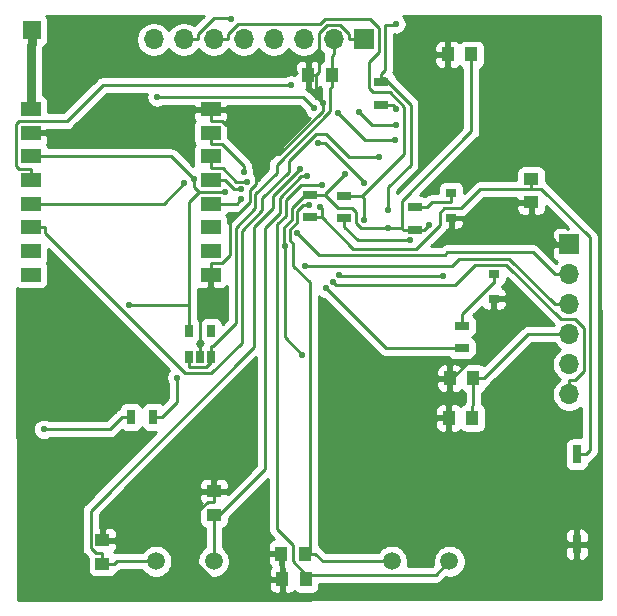
<source format=gtl>
G04 #@! TF.GenerationSoftware,KiCad,Pcbnew,5.1.6-c6e7f7d~87~ubuntu18.04.1*
G04 #@! TF.CreationDate,2020-10-14T05:15:15+05:30*
G04 #@! TF.ProjectId,FrontEnd_4S,46726f6e-7445-46e6-945f-34532e6b6963,rev?*
G04 #@! TF.SameCoordinates,Original*
G04 #@! TF.FileFunction,Copper,L1,Top*
G04 #@! TF.FilePolarity,Positive*
%FSLAX46Y46*%
G04 Gerber Fmt 4.6, Leading zero omitted, Abs format (unit mm)*
G04 Created by KiCad (PCBNEW 5.1.6-c6e7f7d~87~ubuntu18.04.1) date 2020-10-14 05:15:15*
%MOMM*%
%LPD*%
G01*
G04 APERTURE LIST*
G04 #@! TA.AperFunction,ComponentPad*
%ADD10R,1.700000X1.700000*%
G04 #@! TD*
G04 #@! TA.AperFunction,ComponentPad*
%ADD11O,1.700000X1.700000*%
G04 #@! TD*
G04 #@! TA.AperFunction,SMDPad,CuDef*
%ADD12R,1.300000X0.700000*%
G04 #@! TD*
G04 #@! TA.AperFunction,SMDPad,CuDef*
%ADD13R,0.700000X1.300000*%
G04 #@! TD*
G04 #@! TA.AperFunction,ComponentPad*
%ADD14R,1.524000X1.524000*%
G04 #@! TD*
G04 #@! TA.AperFunction,SMDPad,CuDef*
%ADD15R,1.000000X1.250000*%
G04 #@! TD*
G04 #@! TA.AperFunction,SMDPad,CuDef*
%ADD16R,1.250000X1.000000*%
G04 #@! TD*
G04 #@! TA.AperFunction,SMDPad,CuDef*
%ADD17R,0.900000X0.800000*%
G04 #@! TD*
G04 #@! TA.AperFunction,SMDPad,CuDef*
%ADD18R,0.760000X1.600000*%
G04 #@! TD*
G04 #@! TA.AperFunction,SMDPad,CuDef*
%ADD19R,0.650000X1.060000*%
G04 #@! TD*
G04 #@! TA.AperFunction,SMDPad,CuDef*
%ADD20R,1.700000X1.200000*%
G04 #@! TD*
G04 #@! TA.AperFunction,ComponentPad*
%ADD21C,1.500000*%
G04 #@! TD*
G04 #@! TA.AperFunction,ViaPad*
%ADD22C,0.550000*%
G04 #@! TD*
G04 #@! TA.AperFunction,Conductor*
%ADD23C,0.800000*%
G04 #@! TD*
G04 #@! TA.AperFunction,Conductor*
%ADD24C,0.250000*%
G04 #@! TD*
G04 #@! TA.AperFunction,Conductor*
%ADD25C,0.254000*%
G04 #@! TD*
G04 APERTURE END LIST*
D10*
X140757000Y-85956100D03*
D11*
X140757000Y-88496100D03*
X140757000Y-91036100D03*
X140757000Y-93576100D03*
X140757000Y-96116100D03*
X140757000Y-98656100D03*
D12*
X121666000Y-83736300D03*
X121666000Y-81836300D03*
X124818000Y-72235000D03*
X124818000Y-74135000D03*
D13*
X103647000Y-100576000D03*
X105547000Y-100576000D03*
D14*
X95265200Y-67843400D03*
D15*
X120657000Y-71607700D03*
X118657000Y-71607700D03*
D16*
X137536000Y-80407000D03*
X137536000Y-82407000D03*
X101237000Y-113009000D03*
X101237000Y-111009000D03*
X110683000Y-108874000D03*
X110683000Y-106874000D03*
D15*
X118358000Y-112141000D03*
X116358000Y-112141000D03*
X116470000Y-114303000D03*
X118470000Y-114303000D03*
X132559000Y-100663000D03*
X130559000Y-100663000D03*
X132653000Y-97307400D03*
X130653000Y-97307400D03*
X132481000Y-69885600D03*
X130481000Y-69885600D03*
D17*
X130752000Y-83696500D03*
X130752000Y-81596500D03*
X134379000Y-88464700D03*
X134379000Y-90564700D03*
D11*
X105584000Y-68613000D03*
X108124000Y-68613000D03*
X110664000Y-68613000D03*
X113204000Y-68613000D03*
X115744000Y-68613000D03*
X118284000Y-68613000D03*
X120824000Y-68613000D03*
D10*
X123364000Y-68613000D03*
D12*
X127704000Y-82809000D03*
X127704000Y-84709000D03*
X118788000Y-83649900D03*
X118788000Y-81749900D03*
X131656000Y-94775100D03*
X131656000Y-92875100D03*
D18*
X141387000Y-103746000D03*
X141387000Y-111366000D03*
D19*
X108544000Y-93258500D03*
X110444000Y-93258500D03*
X110444000Y-95458500D03*
X109494000Y-95458500D03*
X108544000Y-95458500D03*
D20*
X95161200Y-74518800D03*
X95161200Y-76518800D03*
X95161200Y-78518800D03*
X95161200Y-80518800D03*
X95161200Y-82518800D03*
X95161200Y-84518800D03*
X95161200Y-86518800D03*
X95161200Y-88518800D03*
X110391200Y-88518800D03*
X110391200Y-86518800D03*
X110391200Y-84518800D03*
X110391200Y-82518800D03*
X110391200Y-80518800D03*
X110391200Y-78518800D03*
X110391200Y-76518800D03*
X110391200Y-74518800D03*
D21*
X105773000Y-112784000D03*
X110653000Y-112784000D03*
X130615000Y-112789000D03*
X125735000Y-112789000D03*
D22*
X119872500Y-74016800D03*
X109241500Y-109474900D03*
X139220400Y-109524000D03*
X128066800Y-70924420D03*
X121795300Y-80046900D03*
X118135500Y-95307800D03*
X128886400Y-84289800D03*
X125456600Y-84590100D03*
X108989000Y-80452200D03*
X116665700Y-86142300D03*
X111642600Y-81517800D03*
X103498000Y-91090000D03*
X119698600Y-82808300D03*
X118001000Y-79548300D03*
X118535900Y-80198600D03*
X118747700Y-82667000D03*
X119865900Y-80953700D03*
X120720200Y-89111500D03*
X130104400Y-88672400D03*
X121286200Y-88545500D03*
X118417600Y-87786600D03*
X117727100Y-85007700D03*
X126090680Y-67294760D03*
X125456300Y-83035200D03*
X112110520Y-66847720D03*
X123394600Y-83878500D03*
X107550300Y-97237500D03*
X120153500Y-89676800D03*
X113202600Y-79850200D03*
X117206500Y-72457900D03*
X108180600Y-80790100D03*
X124653100Y-78589400D03*
X125986300Y-77140900D03*
X121176600Y-74817900D03*
X113003100Y-82147500D03*
X112997700Y-81306600D03*
X113473700Y-80650600D03*
X123372500Y-80772000D03*
X119496200Y-77353000D03*
X105856800Y-73488000D03*
X119155300Y-74431600D03*
X126084800Y-75865400D03*
X122967400Y-74750800D03*
X96271100Y-101625200D03*
X126075400Y-74512700D03*
X127293700Y-85631000D03*
D23*
X95265200Y-67843400D02*
X95265200Y-68980700D01*
X95161200Y-74518800D02*
X95161200Y-69084700D01*
D24*
X95161200Y-69084700D02*
X95265200Y-68980700D01*
X120657000Y-72608000D02*
X120526300Y-72738700D01*
X120526300Y-72738700D02*
X120526300Y-74688000D01*
X120526300Y-74688000D02*
X115995800Y-79218500D01*
X115995800Y-79218500D02*
X115995800Y-79926100D01*
X115995800Y-79926100D02*
X114194300Y-81727600D01*
X114194300Y-81727600D02*
X114194300Y-82900800D01*
X114194300Y-82900800D02*
X112538900Y-84556200D01*
X112538900Y-84556200D02*
X112538900Y-92633400D01*
X112538900Y-92633400D02*
X110619100Y-94553200D01*
X110619100Y-94553200D02*
X110444000Y-94553200D01*
X110444000Y-95458500D02*
X110444000Y-94553200D01*
X108544000Y-96363800D02*
X110030500Y-96363800D01*
X110030500Y-96363800D02*
X110444000Y-95950300D01*
X110444000Y-95950300D02*
X110444000Y-95458500D01*
X120657000Y-71607700D02*
X120657000Y-72608000D01*
X108544000Y-95458500D02*
X108544000Y-96363800D01*
X120824000Y-68613000D02*
X120824000Y-69838300D01*
X120657000Y-70607400D02*
X120657000Y-70005300D01*
X120657000Y-70005300D02*
X120824000Y-69838300D01*
X120657000Y-71607700D02*
X120657000Y-70607400D01*
X119313500Y-71607700D02*
X119313500Y-73457800D01*
X119313500Y-73457800D02*
X119872500Y-74016800D01*
X119872500Y-74016800D02*
X119872500Y-74634200D01*
X119872500Y-74634200D02*
X116180500Y-78326200D01*
X116180500Y-78326200D02*
X114198600Y-78326200D01*
X123364000Y-68613000D02*
X122138700Y-68613000D01*
X122138700Y-68613000D02*
X122138700Y-68153500D01*
X122138700Y-68153500D02*
X121368600Y-67383400D01*
X121368600Y-67383400D02*
X120261500Y-67383400D01*
X120261500Y-67383400D02*
X119554000Y-68090900D01*
X119554000Y-68090900D02*
X119554000Y-71367200D01*
X119554000Y-71367200D02*
X119313500Y-71607700D01*
X114198600Y-78326200D02*
X114198600Y-80845600D01*
X114198600Y-80845600D02*
X113693900Y-81350300D01*
X113693900Y-81350300D02*
X113693900Y-82376400D01*
X113693900Y-82376400D02*
X112038500Y-84031800D01*
X112038500Y-84031800D02*
X112038500Y-86871500D01*
X112038500Y-86871500D02*
X111366500Y-87543500D01*
X111366500Y-87543500D02*
X110391200Y-87543500D01*
X118657000Y-71607700D02*
X119313500Y-71607700D01*
X109241500Y-111009000D02*
X109241500Y-112992800D01*
X109241500Y-112992800D02*
X110551700Y-114303000D01*
X110551700Y-114303000D02*
X116470000Y-114303000D01*
X109241500Y-109474900D02*
X109241500Y-111009000D01*
X109241500Y-111009000D02*
X102237300Y-111009000D01*
X101237000Y-111009000D02*
X102237300Y-111009000D01*
X110683000Y-107749300D02*
X110136000Y-107749300D01*
X110136000Y-107749300D02*
X109241500Y-108643800D01*
X109241500Y-108643800D02*
X109241500Y-109474900D01*
X110683000Y-106874000D02*
X110683000Y-107749300D01*
X139220400Y-109524000D02*
X138419700Y-109524000D01*
X138419700Y-109524000D02*
X130559000Y-101663300D01*
X139220400Y-109524000D02*
X139220400Y-109829600D01*
X139220400Y-109829600D02*
X140756800Y-111366000D01*
X130559000Y-100663000D02*
X130559000Y-101663300D01*
X130653000Y-97307400D02*
X130653000Y-98307700D01*
X130559000Y-100663000D02*
X130559000Y-98401700D01*
X130559000Y-98401700D02*
X130653000Y-98307700D01*
X114198600Y-78326200D02*
X111366500Y-75494100D01*
X111366500Y-75494100D02*
X110391200Y-75494100D01*
X110391200Y-88518800D02*
X110391200Y-87543500D01*
X137536000Y-83696500D02*
X137536000Y-83119800D01*
X139531700Y-85956100D02*
X139531700Y-85692200D01*
X139531700Y-85692200D02*
X137536000Y-83696500D01*
X137536000Y-83696500D02*
X131577300Y-83696500D01*
X130752000Y-83696500D02*
X131577300Y-83696500D01*
X109494000Y-94553200D02*
X109494000Y-90391300D01*
X109494000Y-90391300D02*
X110391200Y-89494100D01*
X110391200Y-88518800D02*
X110391200Y-89494100D01*
X140757000Y-85956100D02*
X139531700Y-85956100D01*
X137536000Y-82407000D02*
X137536000Y-83119800D01*
X116470000Y-113302700D02*
X116358000Y-113190700D01*
X116358000Y-113190700D02*
X116358000Y-112141000D01*
X109494000Y-95458500D02*
X109494000Y-94553200D01*
X95161200Y-76518800D02*
X107165900Y-76518800D01*
X107165900Y-76518800D02*
X109165900Y-74518800D01*
X110391200Y-74518800D02*
X109165900Y-74518800D01*
X110391200Y-74518800D02*
X110391200Y-75494100D01*
X130762500Y-97307400D02*
X130653000Y-97307400D01*
X141387000Y-111366000D02*
X140756800Y-111366000D01*
X130762500Y-97307400D02*
X130871900Y-97307400D01*
X116470000Y-113981000D02*
X116470000Y-114303000D01*
X116470000Y-113981000D02*
X116470000Y-113302700D01*
X134379000Y-90564700D02*
X134379000Y-91340000D01*
X130871900Y-97307400D02*
X134379000Y-93800300D01*
X134379000Y-93800300D02*
X134379000Y-91340000D01*
X130481000Y-69885600D02*
X129105620Y-69885600D01*
X129105620Y-69885600D02*
X128066800Y-70924420D01*
X120102600Y-81749900D02*
X120102600Y-81822200D01*
X120102600Y-81822200D02*
X121156300Y-82875900D01*
X121156300Y-82875900D02*
X122376900Y-82875900D01*
X122376900Y-82875900D02*
X122717800Y-83216800D01*
X122717800Y-83216800D02*
X122717800Y-84190400D01*
X122717800Y-84190400D02*
X123117500Y-84590100D01*
X123117500Y-84590100D02*
X125456600Y-84590100D01*
X121795300Y-80046900D02*
X120102600Y-81739600D01*
X120102600Y-81739600D02*
X120102600Y-81749900D01*
X120102600Y-81749900D02*
X119813300Y-81749900D01*
X118788000Y-81749900D02*
X118404500Y-81749900D01*
X118404500Y-81749900D02*
X117247300Y-82907100D01*
X117247300Y-82907100D02*
X117247300Y-83860200D01*
X117247300Y-83860200D02*
X116576500Y-84531000D01*
X116576500Y-84531000D02*
X116576500Y-86053100D01*
X116576500Y-86053100D02*
X116665700Y-86142300D01*
X126559800Y-84590100D02*
X126678700Y-84709000D01*
X125456600Y-84590100D02*
X126559800Y-84590100D01*
X126559800Y-84590100D02*
X126559800Y-82318100D01*
X126559800Y-82318100D02*
X132481000Y-76396900D01*
X132481000Y-76396900D02*
X132481000Y-69885600D01*
X127704000Y-84709000D02*
X128467200Y-84709000D01*
X128467200Y-84709000D02*
X128886400Y-84289800D01*
X127704000Y-84709000D02*
X126678700Y-84709000D01*
X118135500Y-95307800D02*
X116665700Y-93838000D01*
X116665700Y-93838000D02*
X116665700Y-86142300D01*
X118788000Y-81749900D02*
X119813300Y-81749900D01*
X108989000Y-80452200D02*
X107055600Y-78518800D01*
X107055600Y-78518800D02*
X95161200Y-78518800D01*
X108989000Y-80452200D02*
X108989000Y-81108100D01*
X108989000Y-81108100D02*
X109398700Y-81517800D01*
X109398700Y-81517800D02*
X111642600Y-81517800D01*
X108544000Y-91090000D02*
X108544000Y-82372500D01*
X108544000Y-82372500D02*
X109398700Y-81517800D01*
X132653000Y-97307400D02*
X132653000Y-99568700D01*
X132653000Y-99568700D02*
X132559000Y-99662700D01*
X139531700Y-93576100D02*
X137259600Y-93576100D01*
X137259600Y-93576100D02*
X133528300Y-97307400D01*
X108544000Y-91090000D02*
X108544000Y-92353200D01*
X108544000Y-91090000D02*
X103498000Y-91090000D01*
X108544000Y-93258500D02*
X108544000Y-92353200D01*
X132653000Y-97307400D02*
X133528300Y-97307400D01*
X140757000Y-93576100D02*
X139531700Y-93576100D01*
X132559000Y-100663000D02*
X132559000Y-99662700D01*
X119813300Y-83649900D02*
X119813300Y-82923000D01*
X119813300Y-82923000D02*
X119698600Y-82808300D01*
X119813300Y-83649900D02*
X122491500Y-86328100D01*
X122491500Y-86328100D02*
X127767900Y-86328100D01*
X127767900Y-86328100D02*
X129776400Y-84319600D01*
X129776400Y-84319600D02*
X129776400Y-83290600D01*
X129776400Y-83290600D02*
X130145900Y-82921100D01*
X130145900Y-82921100D02*
X131591900Y-82921100D01*
X131591900Y-82921100D02*
X133230700Y-81282300D01*
X133230700Y-81282300D02*
X137536000Y-81282300D01*
X118788000Y-83649900D02*
X119813300Y-83649900D01*
X137536000Y-80407000D02*
X137536000Y-81282300D01*
X141387000Y-103746000D02*
X142142300Y-103746000D01*
X142142300Y-103746000D02*
X142496300Y-103392000D01*
X142496300Y-103392000D02*
X142496300Y-85367300D01*
X142496300Y-85367300D02*
X138411300Y-81282300D01*
X138411300Y-81282300D02*
X137536000Y-81282300D01*
X101737200Y-113009000D02*
X101237000Y-113009000D01*
X101737200Y-113009000D02*
X102237300Y-113009000D01*
X105773000Y-112784000D02*
X102462300Y-112784000D01*
X102462300Y-112784000D02*
X102237300Y-113009000D01*
X115695200Y-81854100D02*
X118001000Y-79548300D01*
X114063480Y-84483720D02*
X115695200Y-82852000D01*
X101237000Y-113009000D02*
X101237000Y-112133700D01*
X101237000Y-112133700D02*
X100689900Y-112133700D01*
X100689900Y-112133700D02*
X100236600Y-111680400D01*
X115695200Y-82852000D02*
X115695200Y-81854100D01*
X100236600Y-111680400D02*
X100236600Y-108500000D01*
X114063480Y-94673120D02*
X114063480Y-84483720D01*
X100236600Y-108500000D02*
X114063480Y-94673120D01*
X115316500Y-84265400D02*
X116246700Y-83335200D01*
X116246700Y-83335200D02*
X116246700Y-82028700D01*
X116246700Y-82028700D02*
X118076800Y-80198600D01*
X118076800Y-80198600D02*
X118535900Y-80198600D01*
X110683000Y-109311600D02*
X110683000Y-109749300D01*
X110683000Y-108874000D02*
X110683000Y-109311600D01*
X110683000Y-109749300D02*
X110653000Y-109779300D01*
X110653000Y-109779300D02*
X110653000Y-112784000D01*
X115316500Y-84265400D02*
X115316500Y-84274160D01*
X115316500Y-84274160D02*
X115031520Y-84559140D01*
X115031520Y-104963080D02*
X114209890Y-105784710D01*
X115031520Y-84559140D02*
X115031520Y-104963080D01*
X110683000Y-109311600D02*
X114209890Y-105784710D01*
X118747700Y-82667000D02*
X118208100Y-82667000D01*
X118208100Y-82667000D02*
X117747700Y-83127400D01*
X117747700Y-83127400D02*
X117747700Y-84067400D01*
X117747700Y-84067400D02*
X117076800Y-84738300D01*
X117076800Y-84738300D02*
X117076800Y-85633500D01*
X117076800Y-85633500D02*
X117383400Y-85940100D01*
X117383400Y-85940100D02*
X117383400Y-87764400D01*
X117383400Y-87764400D02*
X118795700Y-89176700D01*
X118795700Y-89176700D02*
X118795700Y-112141000D01*
X118795700Y-112141000D02*
X119233300Y-112141000D01*
X118358000Y-112141000D02*
X118795700Y-112141000D01*
X125735000Y-112789000D02*
X119881300Y-112789000D01*
X119881300Y-112789000D02*
X119233300Y-112141000D01*
X118470000Y-113945000D02*
X117338100Y-112813100D01*
X117338100Y-112813100D02*
X117338100Y-111390000D01*
X117338100Y-111390000D02*
X116010000Y-110061900D01*
X116010000Y-110061900D02*
X116010000Y-84279500D01*
X116010000Y-84279500D02*
X116747000Y-83542500D01*
X116747000Y-83542500D02*
X116747000Y-82247900D01*
X116747000Y-82247900D02*
X118041200Y-80953700D01*
X118041200Y-80953700D02*
X119865900Y-80953700D01*
X130615000Y-112789000D02*
X129459000Y-113945000D01*
X129459000Y-113945000D02*
X118470000Y-113945000D01*
X118470000Y-114303000D02*
X118470000Y-113945000D01*
X127704000Y-82809000D02*
X128729300Y-82809000D01*
X130752000Y-81596500D02*
X130752000Y-82371800D01*
X128729300Y-82809000D02*
X129166500Y-82371800D01*
X129166500Y-82371800D02*
X130752000Y-82371800D01*
X134379000Y-89240000D02*
X134278400Y-89240000D01*
X134278400Y-89240000D02*
X131656000Y-91862400D01*
X131656000Y-91862400D02*
X131656000Y-92149800D01*
X134379000Y-88464700D02*
X134379000Y-89240000D01*
X131656000Y-92875100D02*
X131656000Y-92149800D01*
X140757000Y-97430800D02*
X141216500Y-97430800D01*
X141216500Y-97430800D02*
X141995900Y-96651400D01*
X141995900Y-96651400D02*
X141995900Y-93017600D01*
X141995900Y-93017600D02*
X141284400Y-92306100D01*
X141284400Y-92306100D02*
X140041100Y-92306100D01*
X140041100Y-92306100D02*
X135424400Y-87689400D01*
X135424400Y-87689400D02*
X132789000Y-87689400D01*
X132789000Y-87689400D02*
X131091800Y-89386600D01*
X131091800Y-89386600D02*
X120995300Y-89386600D01*
X120995300Y-89386600D02*
X120720200Y-89111500D01*
X140757000Y-98656100D02*
X140757000Y-97430800D01*
X130104400Y-88672400D02*
X121413100Y-88672400D01*
X121413100Y-88672400D02*
X121286200Y-88545500D01*
X118417600Y-87786600D02*
X130832900Y-87786600D01*
X130832900Y-87786600D02*
X131430400Y-87189100D01*
X131430400Y-87189100D02*
X135684700Y-87189100D01*
X135684700Y-87189100D02*
X139531700Y-91036100D01*
X140757000Y-91036100D02*
X139531700Y-91036100D01*
X140757000Y-88496100D02*
X139531700Y-88496100D01*
X117727100Y-85007700D02*
X119577900Y-86858500D01*
X119577900Y-86858500D02*
X130201700Y-86858500D01*
X130201700Y-86858500D02*
X130427200Y-86633000D01*
X130427200Y-86633000D02*
X137668600Y-86633000D01*
X137668600Y-86633000D02*
X139531700Y-88496100D01*
X124818000Y-71863700D02*
X125056800Y-71863700D01*
X125056800Y-71863700D02*
X127321200Y-74128100D01*
X127321200Y-74128100D02*
X127321200Y-79229300D01*
X127321200Y-79229300D02*
X125456300Y-81094200D01*
X125456300Y-81094200D02*
X125456300Y-83035200D01*
X124818000Y-71863700D02*
X124818000Y-71509700D01*
X124818000Y-72235000D02*
X124818000Y-71863700D01*
X125155200Y-67396800D02*
X125155200Y-71172500D01*
X125155200Y-71172500D02*
X124818000Y-71509700D01*
X125988640Y-67396800D02*
X126090680Y-67294760D01*
X125155200Y-67396800D02*
X125988640Y-67396800D01*
X112095270Y-66832470D02*
X112110520Y-66847720D01*
X110670330Y-66832470D02*
X112095270Y-66832470D01*
X109349300Y-68153500D02*
X110670330Y-66832470D01*
X108124000Y-68613000D02*
X109349300Y-68613000D01*
X109349300Y-68613000D02*
X109349300Y-68153500D01*
X123235500Y-81836300D02*
X123394600Y-81995400D01*
X123394600Y-81995400D02*
X123394600Y-83878500D01*
X122178700Y-81836300D02*
X123235500Y-81836300D01*
X121666000Y-81836300D02*
X122178700Y-81836300D01*
X124124600Y-73072300D02*
X125554800Y-73072300D01*
X123792600Y-72740300D02*
X124124600Y-73072300D01*
X124630400Y-67630400D02*
X124630400Y-69650600D01*
X123792600Y-70488400D02*
X123792600Y-72740300D01*
X123883390Y-66883390D02*
X124630400Y-67630400D01*
X124630400Y-69650600D02*
X123792600Y-70488400D01*
X119634190Y-67303590D02*
X120054390Y-66883390D01*
X126777900Y-78293900D02*
X123235500Y-81836300D01*
X125554800Y-73072300D02*
X126777900Y-74295400D01*
X111889300Y-68153400D02*
X112739110Y-67303590D01*
X126777900Y-74295400D02*
X126777900Y-78293900D01*
X111889300Y-68613000D02*
X111889300Y-68153400D01*
X120054390Y-66883390D02*
X123883390Y-66883390D01*
X112739110Y-67303590D02*
X119634190Y-67303590D01*
X110664000Y-68613000D02*
X111889300Y-68613000D01*
X105547000Y-100576000D02*
X106272300Y-100576000D01*
X107550300Y-97237500D02*
X107550300Y-99298000D01*
X107550300Y-99298000D02*
X106272300Y-100576000D01*
X131656000Y-94775100D02*
X125251800Y-94775100D01*
X125251800Y-94775100D02*
X120153500Y-89676800D01*
X110391200Y-77494100D02*
X111366500Y-77494100D01*
X111366500Y-77494100D02*
X113202600Y-79330200D01*
X113202600Y-79330200D02*
X113202600Y-79850200D01*
X110391200Y-76518800D02*
X110391200Y-77494100D01*
X95161200Y-80518800D02*
X95161200Y-79543500D01*
X95161200Y-79543500D02*
X94185900Y-79543500D01*
X94185900Y-79543500D02*
X93935800Y-79293400D01*
X93935800Y-79293400D02*
X93935800Y-75753200D01*
X93935800Y-75753200D02*
X94145600Y-75543400D01*
X94145600Y-75543400D02*
X98215900Y-75543400D01*
X98215900Y-75543400D02*
X101301400Y-72457900D01*
X101301400Y-72457900D02*
X117206500Y-72457900D01*
X95161200Y-82518800D02*
X106451900Y-82518800D01*
X106451900Y-82518800D02*
X108180600Y-80790100D01*
X95161200Y-84518800D02*
X96386500Y-84518800D01*
X96386500Y-84518800D02*
X96386500Y-85033700D01*
X96386500Y-85033700D02*
X108221200Y-96868400D01*
X108221200Y-96868400D02*
X110457700Y-96868400D01*
X110457700Y-96868400D02*
X113039300Y-94286800D01*
X113039300Y-94286800D02*
X113039300Y-84800200D01*
X113039300Y-84800200D02*
X114767800Y-83071700D01*
X114767800Y-83071700D02*
X114767800Y-82073800D01*
X114767800Y-82073800D02*
X117024100Y-79817500D01*
X117024100Y-79817500D02*
X117024100Y-78897900D01*
X117024100Y-78897900D02*
X119278200Y-76643800D01*
X119278200Y-76643800D02*
X120176000Y-76643800D01*
X120176000Y-76643800D02*
X122121600Y-78589400D01*
X122121600Y-78589400D02*
X124653100Y-78589400D01*
X121176600Y-74817900D02*
X123499600Y-77140900D01*
X123499600Y-77140900D02*
X125986300Y-77140900D01*
X111616500Y-82518800D02*
X112631800Y-82518800D01*
X112631800Y-82518800D02*
X113003100Y-82147500D01*
X110391200Y-82518800D02*
X111616500Y-82518800D01*
X111616500Y-80518800D02*
X112404300Y-81306600D01*
X112404300Y-81306600D02*
X112997700Y-81306600D01*
X110391200Y-80518800D02*
X111616500Y-80518800D01*
X113473700Y-80650600D02*
X112564700Y-80650600D01*
X112564700Y-80650600D02*
X111408200Y-79494100D01*
X111408200Y-79494100D02*
X110391200Y-79494100D01*
X110391200Y-78518800D02*
X110391200Y-79494100D01*
X119496200Y-77353000D02*
X120065500Y-77353000D01*
X120065500Y-77353000D02*
X123372400Y-80659900D01*
X123372400Y-80659900D02*
X123372400Y-80772000D01*
X123372400Y-80772000D02*
X123372500Y-80772000D01*
X105856800Y-73488000D02*
X118211700Y-73488000D01*
X118211700Y-73488000D02*
X119155300Y-74431600D01*
X126084800Y-75865400D02*
X124082000Y-75865400D01*
X124082000Y-75865400D02*
X122967400Y-74750800D01*
X102921700Y-100576000D02*
X101872500Y-101625200D01*
X101872500Y-101625200D02*
X96271100Y-101625200D01*
X103647000Y-100576000D02*
X102921700Y-100576000D01*
X125843300Y-74135000D02*
X126075400Y-74367100D01*
X126075400Y-74367100D02*
X126075400Y-74512700D01*
X124818000Y-74135000D02*
X125843300Y-74135000D01*
X121666000Y-84461600D02*
X122835400Y-85631000D01*
X122835400Y-85631000D02*
X127293700Y-85631000D01*
X121666000Y-83736300D02*
X121666000Y-84461600D01*
D25*
G36*
X143375652Y-66654499D02*
G01*
X143481787Y-116012077D01*
X94106482Y-116057563D01*
X94101868Y-114928000D01*
X115331928Y-114928000D01*
X115344188Y-115052482D01*
X115380498Y-115172180D01*
X115439463Y-115282494D01*
X115518815Y-115379185D01*
X115615506Y-115458537D01*
X115725820Y-115517502D01*
X115845518Y-115553812D01*
X115970000Y-115566072D01*
X116184250Y-115563000D01*
X116343000Y-115404250D01*
X116343000Y-114430000D01*
X115493750Y-114430000D01*
X115335000Y-114588750D01*
X115331928Y-114928000D01*
X94101868Y-114928000D01*
X93998680Y-89671773D01*
X94067020Y-89708302D01*
X94186718Y-89744612D01*
X94311200Y-89756872D01*
X96011200Y-89756872D01*
X96135682Y-89744612D01*
X96255380Y-89708302D01*
X96365694Y-89649337D01*
X96462385Y-89569985D01*
X96541737Y-89473294D01*
X96600702Y-89362980D01*
X96637012Y-89243282D01*
X96649272Y-89118800D01*
X96649272Y-87918800D01*
X96637012Y-87794318D01*
X96600702Y-87674620D01*
X96541737Y-87564306D01*
X96504391Y-87518800D01*
X96541737Y-87473294D01*
X96600702Y-87362980D01*
X96637012Y-87243282D01*
X96649272Y-87118800D01*
X96649272Y-86371273D01*
X106889432Y-96611434D01*
X106843457Y-96657409D01*
X106743869Y-96806453D01*
X106675271Y-96972063D01*
X106640300Y-97147873D01*
X106640300Y-97327127D01*
X106675271Y-97502937D01*
X106743869Y-97668547D01*
X106790300Y-97738036D01*
X106790301Y-98983197D01*
X106320996Y-99452502D01*
X106251494Y-99395463D01*
X106141180Y-99336498D01*
X106021482Y-99300188D01*
X105897000Y-99287928D01*
X105197000Y-99287928D01*
X105072518Y-99300188D01*
X104952820Y-99336498D01*
X104842506Y-99395463D01*
X104745815Y-99474815D01*
X104666463Y-99571506D01*
X104607498Y-99681820D01*
X104597000Y-99716427D01*
X104586502Y-99681820D01*
X104527537Y-99571506D01*
X104448185Y-99474815D01*
X104351494Y-99395463D01*
X104241180Y-99336498D01*
X104121482Y-99300188D01*
X103997000Y-99287928D01*
X103297000Y-99287928D01*
X103172518Y-99300188D01*
X103052820Y-99336498D01*
X102942506Y-99395463D01*
X102845815Y-99474815D01*
X102766463Y-99571506D01*
X102707498Y-99681820D01*
X102671188Y-99801518D01*
X102665475Y-99859527D01*
X102629453Y-99870454D01*
X102497424Y-99941026D01*
X102381699Y-100035999D01*
X102357901Y-100064997D01*
X101557699Y-100865200D01*
X96771636Y-100865200D01*
X96702147Y-100818769D01*
X96536537Y-100750171D01*
X96360727Y-100715200D01*
X96181473Y-100715200D01*
X96005663Y-100750171D01*
X95840053Y-100818769D01*
X95691009Y-100918357D01*
X95564257Y-101045109D01*
X95464669Y-101194153D01*
X95396071Y-101359763D01*
X95361100Y-101535573D01*
X95361100Y-101714827D01*
X95396071Y-101890637D01*
X95464669Y-102056247D01*
X95564257Y-102205291D01*
X95691009Y-102332043D01*
X95840053Y-102431631D01*
X96005663Y-102500229D01*
X96181473Y-102535200D01*
X96360727Y-102535200D01*
X96536537Y-102500229D01*
X96702147Y-102431631D01*
X96771636Y-102385200D01*
X101835178Y-102385200D01*
X101872500Y-102388876D01*
X101909822Y-102385200D01*
X101909833Y-102385200D01*
X102021486Y-102374203D01*
X102164747Y-102330746D01*
X102296776Y-102260174D01*
X102412501Y-102165201D01*
X102436304Y-102136198D01*
X102873003Y-101699498D01*
X102942506Y-101756537D01*
X103052820Y-101815502D01*
X103172518Y-101851812D01*
X103297000Y-101864072D01*
X103997000Y-101864072D01*
X104121482Y-101851812D01*
X104241180Y-101815502D01*
X104351494Y-101756537D01*
X104448185Y-101677185D01*
X104527537Y-101580494D01*
X104586502Y-101470180D01*
X104597000Y-101435573D01*
X104607498Y-101470180D01*
X104666463Y-101580494D01*
X104745815Y-101677185D01*
X104842506Y-101756537D01*
X104952820Y-101815502D01*
X105072518Y-101851812D01*
X105197000Y-101864072D01*
X105797727Y-101864072D01*
X99725598Y-107936201D01*
X99696600Y-107959999D01*
X99672802Y-107988997D01*
X99672801Y-107988998D01*
X99601626Y-108075724D01*
X99531054Y-108207754D01*
X99518386Y-108249518D01*
X99492760Y-108333999D01*
X99487598Y-108351015D01*
X99472924Y-108500000D01*
X99476601Y-108537332D01*
X99476600Y-111643077D01*
X99472924Y-111680400D01*
X99476600Y-111717722D01*
X99476600Y-111717732D01*
X99487597Y-111829385D01*
X99514932Y-111919498D01*
X99531054Y-111972646D01*
X99601626Y-112104676D01*
X99629797Y-112139002D01*
X99696599Y-112220401D01*
X99725603Y-112244204D01*
X99975405Y-112494006D01*
X99973928Y-112509000D01*
X99973928Y-113509000D01*
X99986188Y-113633482D01*
X100022498Y-113753180D01*
X100081463Y-113863494D01*
X100160815Y-113960185D01*
X100257506Y-114039537D01*
X100367820Y-114098502D01*
X100487518Y-114134812D01*
X100612000Y-114147072D01*
X101862000Y-114147072D01*
X101986482Y-114134812D01*
X102106180Y-114098502D01*
X102216494Y-114039537D01*
X102313185Y-113960185D01*
X102392537Y-113863494D01*
X102451502Y-113753180D01*
X102456500Y-113736704D01*
X102529547Y-113714546D01*
X102661576Y-113643974D01*
X102777301Y-113549001D01*
X102781405Y-113544000D01*
X104615091Y-113544000D01*
X104697201Y-113666886D01*
X104890114Y-113859799D01*
X105116957Y-114011371D01*
X105369011Y-114115775D01*
X105636589Y-114169000D01*
X105909411Y-114169000D01*
X106176989Y-114115775D01*
X106429043Y-114011371D01*
X106655886Y-113859799D01*
X106848799Y-113666886D01*
X107000371Y-113440043D01*
X107104775Y-113187989D01*
X107158000Y-112920411D01*
X107158000Y-112647589D01*
X107104775Y-112380011D01*
X107000371Y-112127957D01*
X106848799Y-111901114D01*
X106655886Y-111708201D01*
X106429043Y-111556629D01*
X106176989Y-111452225D01*
X105909411Y-111399000D01*
X105636589Y-111399000D01*
X105369011Y-111452225D01*
X105116957Y-111556629D01*
X104890114Y-111708201D01*
X104697201Y-111901114D01*
X104615091Y-112024000D01*
X102499622Y-112024000D01*
X102462299Y-112020324D01*
X102424976Y-112024000D01*
X102424967Y-112024000D01*
X102313314Y-112034997D01*
X102292919Y-112041184D01*
X102253704Y-112009000D01*
X102313185Y-111960185D01*
X102392537Y-111863494D01*
X102451502Y-111753180D01*
X102487812Y-111633482D01*
X102500072Y-111509000D01*
X102497000Y-111294750D01*
X102338250Y-111136000D01*
X101364000Y-111136000D01*
X101364000Y-111156000D01*
X101110000Y-111156000D01*
X101110000Y-111136000D01*
X101090000Y-111136000D01*
X101090000Y-110882000D01*
X101110000Y-110882000D01*
X101110000Y-110032750D01*
X101364000Y-110032750D01*
X101364000Y-110882000D01*
X102338250Y-110882000D01*
X102497000Y-110723250D01*
X102500072Y-110509000D01*
X102487812Y-110384518D01*
X102451502Y-110264820D01*
X102392537Y-110154506D01*
X102313185Y-110057815D01*
X102216494Y-109978463D01*
X102106180Y-109919498D01*
X101986482Y-109883188D01*
X101862000Y-109870928D01*
X101522750Y-109874000D01*
X101364000Y-110032750D01*
X101110000Y-110032750D01*
X100996600Y-109919350D01*
X100996600Y-108814801D01*
X103437401Y-106374000D01*
X109419928Y-106374000D01*
X109423000Y-106588250D01*
X109581750Y-106747000D01*
X110556000Y-106747000D01*
X110556000Y-105897750D01*
X110810000Y-105897750D01*
X110810000Y-106747000D01*
X111784250Y-106747000D01*
X111943000Y-106588250D01*
X111946072Y-106374000D01*
X111933812Y-106249518D01*
X111897502Y-106129820D01*
X111838537Y-106019506D01*
X111759185Y-105922815D01*
X111662494Y-105843463D01*
X111552180Y-105784498D01*
X111432482Y-105748188D01*
X111308000Y-105735928D01*
X110968750Y-105739000D01*
X110810000Y-105897750D01*
X110556000Y-105897750D01*
X110397250Y-105739000D01*
X110058000Y-105735928D01*
X109933518Y-105748188D01*
X109813820Y-105784498D01*
X109703506Y-105843463D01*
X109606815Y-105922815D01*
X109527463Y-106019506D01*
X109468498Y-106129820D01*
X109432188Y-106249518D01*
X109419928Y-106374000D01*
X103437401Y-106374000D01*
X114271521Y-95539881D01*
X114271521Y-104648277D01*
X113698892Y-105220907D01*
X113698887Y-105220911D01*
X111851524Y-107068274D01*
X111784250Y-107001000D01*
X110810000Y-107001000D01*
X110810000Y-107021000D01*
X110556000Y-107021000D01*
X110556000Y-107001000D01*
X109581750Y-107001000D01*
X109423000Y-107159750D01*
X109419928Y-107374000D01*
X109432188Y-107498482D01*
X109468498Y-107618180D01*
X109527463Y-107728494D01*
X109606815Y-107825185D01*
X109666296Y-107874000D01*
X109606815Y-107922815D01*
X109527463Y-108019506D01*
X109468498Y-108129820D01*
X109432188Y-108249518D01*
X109419928Y-108374000D01*
X109419928Y-109374000D01*
X109432188Y-109498482D01*
X109468498Y-109618180D01*
X109527463Y-109728494D01*
X109606815Y-109825185D01*
X109703506Y-109904537D01*
X109813820Y-109963502D01*
X109893000Y-109987521D01*
X109893001Y-111626091D01*
X109770114Y-111708201D01*
X109577201Y-111901114D01*
X109425629Y-112127957D01*
X109321225Y-112380011D01*
X109268000Y-112647589D01*
X109268000Y-112920411D01*
X109321225Y-113187989D01*
X109425629Y-113440043D01*
X109577201Y-113666886D01*
X109770114Y-113859799D01*
X109996957Y-114011371D01*
X110249011Y-114115775D01*
X110516589Y-114169000D01*
X110789411Y-114169000D01*
X111056989Y-114115775D01*
X111309043Y-114011371D01*
X111535886Y-113859799D01*
X111728799Y-113666886D01*
X111880371Y-113440043D01*
X111984775Y-113187989D01*
X112038000Y-112920411D01*
X112038000Y-112766000D01*
X115219928Y-112766000D01*
X115232188Y-112890482D01*
X115268498Y-113010180D01*
X115327463Y-113120494D01*
X115406815Y-113217185D01*
X115478463Y-113275985D01*
X115439463Y-113323506D01*
X115380498Y-113433820D01*
X115344188Y-113553518D01*
X115331928Y-113678000D01*
X115335000Y-114017250D01*
X115493750Y-114176000D01*
X116343000Y-114176000D01*
X116343000Y-113201750D01*
X116231000Y-113089750D01*
X116231000Y-112268000D01*
X115381750Y-112268000D01*
X115223000Y-112426750D01*
X115219928Y-112766000D01*
X112038000Y-112766000D01*
X112038000Y-112647589D01*
X111984775Y-112380011D01*
X111880371Y-112127957D01*
X111728799Y-111901114D01*
X111535886Y-111708201D01*
X111413000Y-111626091D01*
X111413000Y-110001731D01*
X111432482Y-109999812D01*
X111552180Y-109963502D01*
X111662494Y-109904537D01*
X111759185Y-109825185D01*
X111838537Y-109728494D01*
X111897502Y-109618180D01*
X111933812Y-109498482D01*
X111946072Y-109374000D01*
X111946072Y-109123329D01*
X114773689Y-106295713D01*
X114773693Y-106295708D01*
X115250000Y-105819401D01*
X115250000Y-110024578D01*
X115246324Y-110061900D01*
X115250000Y-110099222D01*
X115250000Y-110099232D01*
X115260997Y-110210885D01*
X115275988Y-110260303D01*
X115304454Y-110354146D01*
X115375026Y-110486176D01*
X115409598Y-110528302D01*
X115469999Y-110601901D01*
X115499003Y-110625704D01*
X115760800Y-110887501D01*
X115733518Y-110890188D01*
X115613820Y-110926498D01*
X115503506Y-110985463D01*
X115406815Y-111064815D01*
X115327463Y-111161506D01*
X115268498Y-111271820D01*
X115232188Y-111391518D01*
X115219928Y-111516000D01*
X115223000Y-111855250D01*
X115381750Y-112014000D01*
X116231000Y-112014000D01*
X116231000Y-111994000D01*
X116485000Y-111994000D01*
X116485000Y-112014000D01*
X116505000Y-112014000D01*
X116505000Y-112268000D01*
X116485000Y-112268000D01*
X116485000Y-113242250D01*
X116597000Y-113354250D01*
X116597000Y-114176000D01*
X116617000Y-114176000D01*
X116617000Y-114430000D01*
X116597000Y-114430000D01*
X116597000Y-115404250D01*
X116755750Y-115563000D01*
X116970000Y-115566072D01*
X117094482Y-115553812D01*
X117214180Y-115517502D01*
X117324494Y-115458537D01*
X117421185Y-115379185D01*
X117470000Y-115319704D01*
X117518815Y-115379185D01*
X117615506Y-115458537D01*
X117725820Y-115517502D01*
X117845518Y-115553812D01*
X117970000Y-115566072D01*
X118970000Y-115566072D01*
X119094482Y-115553812D01*
X119214180Y-115517502D01*
X119324494Y-115458537D01*
X119421185Y-115379185D01*
X119500537Y-115282494D01*
X119559502Y-115172180D01*
X119595812Y-115052482D01*
X119608072Y-114928000D01*
X119608072Y-114705000D01*
X129421678Y-114705000D01*
X129459000Y-114708676D01*
X129496322Y-114705000D01*
X129496333Y-114705000D01*
X129607986Y-114694003D01*
X129751247Y-114650546D01*
X129883276Y-114579974D01*
X129999001Y-114485001D01*
X130022804Y-114455997D01*
X130333635Y-114145167D01*
X130478589Y-114174000D01*
X130751411Y-114174000D01*
X131018989Y-114120775D01*
X131271043Y-114016371D01*
X131497886Y-113864799D01*
X131690799Y-113671886D01*
X131842371Y-113445043D01*
X131946775Y-113192989D01*
X132000000Y-112925411D01*
X132000000Y-112652589D01*
X131946775Y-112385011D01*
X131856058Y-112166000D01*
X140368928Y-112166000D01*
X140381188Y-112290482D01*
X140417498Y-112410180D01*
X140476463Y-112520494D01*
X140555815Y-112617185D01*
X140652506Y-112696537D01*
X140762820Y-112755502D01*
X140882518Y-112791812D01*
X141007000Y-112804072D01*
X141101250Y-112801000D01*
X141260000Y-112642250D01*
X141260000Y-111493000D01*
X141514000Y-111493000D01*
X141514000Y-112642250D01*
X141672750Y-112801000D01*
X141767000Y-112804072D01*
X141891482Y-112791812D01*
X142011180Y-112755502D01*
X142121494Y-112696537D01*
X142218185Y-112617185D01*
X142297537Y-112520494D01*
X142356502Y-112410180D01*
X142392812Y-112290482D01*
X142405072Y-112166000D01*
X142402000Y-111651750D01*
X142243250Y-111493000D01*
X141514000Y-111493000D01*
X141260000Y-111493000D01*
X140530750Y-111493000D01*
X140372000Y-111651750D01*
X140368928Y-112166000D01*
X131856058Y-112166000D01*
X131842371Y-112132957D01*
X131690799Y-111906114D01*
X131497886Y-111713201D01*
X131271043Y-111561629D01*
X131018989Y-111457225D01*
X130751411Y-111404000D01*
X130478589Y-111404000D01*
X130211011Y-111457225D01*
X129958957Y-111561629D01*
X129732114Y-111713201D01*
X129539201Y-111906114D01*
X129387629Y-112132957D01*
X129283225Y-112385011D01*
X129230000Y-112652589D01*
X129230000Y-112925411D01*
X129258833Y-113070365D01*
X129144199Y-113185000D01*
X127068364Y-113185000D01*
X127120000Y-112925411D01*
X127120000Y-112652589D01*
X127066775Y-112385011D01*
X126962371Y-112132957D01*
X126810799Y-111906114D01*
X126617886Y-111713201D01*
X126391043Y-111561629D01*
X126138989Y-111457225D01*
X125871411Y-111404000D01*
X125598589Y-111404000D01*
X125331011Y-111457225D01*
X125078957Y-111561629D01*
X124852114Y-111713201D01*
X124659201Y-111906114D01*
X124577091Y-112029000D01*
X120196102Y-112029000D01*
X119797103Y-111630002D01*
X119773301Y-111600999D01*
X119657576Y-111506026D01*
X119555700Y-111451571D01*
X119555700Y-110566000D01*
X140368928Y-110566000D01*
X140372000Y-111080250D01*
X140530750Y-111239000D01*
X141260000Y-111239000D01*
X141260000Y-110089750D01*
X141514000Y-110089750D01*
X141514000Y-111239000D01*
X142243250Y-111239000D01*
X142402000Y-111080250D01*
X142405072Y-110566000D01*
X142392812Y-110441518D01*
X142356502Y-110321820D01*
X142297537Y-110211506D01*
X142218185Y-110114815D01*
X142121494Y-110035463D01*
X142011180Y-109976498D01*
X141891482Y-109940188D01*
X141767000Y-109927928D01*
X141672750Y-109931000D01*
X141514000Y-110089750D01*
X141260000Y-110089750D01*
X141101250Y-109931000D01*
X141007000Y-109927928D01*
X140882518Y-109940188D01*
X140762820Y-109976498D01*
X140652506Y-110035463D01*
X140555815Y-110114815D01*
X140476463Y-110211506D01*
X140417498Y-110321820D01*
X140381188Y-110441518D01*
X140368928Y-110566000D01*
X119555700Y-110566000D01*
X119555700Y-101288000D01*
X129420928Y-101288000D01*
X129433188Y-101412482D01*
X129469498Y-101532180D01*
X129528463Y-101642494D01*
X129607815Y-101739185D01*
X129704506Y-101818537D01*
X129814820Y-101877502D01*
X129934518Y-101913812D01*
X130059000Y-101926072D01*
X130273250Y-101923000D01*
X130432000Y-101764250D01*
X130432000Y-100790000D01*
X129582750Y-100790000D01*
X129424000Y-100948750D01*
X129420928Y-101288000D01*
X119555700Y-101288000D01*
X119555700Y-100038000D01*
X129420928Y-100038000D01*
X129424000Y-100377250D01*
X129582750Y-100536000D01*
X130432000Y-100536000D01*
X130432000Y-99561750D01*
X130273250Y-99403000D01*
X130059000Y-99399928D01*
X129934518Y-99412188D01*
X129814820Y-99448498D01*
X129704506Y-99507463D01*
X129607815Y-99586815D01*
X129528463Y-99683506D01*
X129469498Y-99793820D01*
X129433188Y-99913518D01*
X129420928Y-100038000D01*
X119555700Y-100038000D01*
X119555700Y-97932400D01*
X129514928Y-97932400D01*
X129527188Y-98056882D01*
X129563498Y-98176580D01*
X129622463Y-98286894D01*
X129701815Y-98383585D01*
X129798506Y-98462937D01*
X129908820Y-98521902D01*
X130028518Y-98558212D01*
X130153000Y-98570472D01*
X130367250Y-98567400D01*
X130526000Y-98408650D01*
X130526000Y-97434400D01*
X129676750Y-97434400D01*
X129518000Y-97593150D01*
X129514928Y-97932400D01*
X119555700Y-97932400D01*
X119555700Y-96682400D01*
X129514928Y-96682400D01*
X129518000Y-97021650D01*
X129676750Y-97180400D01*
X130526000Y-97180400D01*
X130526000Y-96206150D01*
X130367250Y-96047400D01*
X130153000Y-96044328D01*
X130028518Y-96056588D01*
X129908820Y-96092898D01*
X129798506Y-96151863D01*
X129701815Y-96231215D01*
X129622463Y-96327906D01*
X129563498Y-96438220D01*
X129527188Y-96557918D01*
X129514928Y-96682400D01*
X119555700Y-96682400D01*
X119555700Y-90365934D01*
X119573409Y-90383643D01*
X119722453Y-90483231D01*
X119888063Y-90551829D01*
X119970033Y-90568134D01*
X124688001Y-95286103D01*
X124711799Y-95315101D01*
X124740797Y-95338899D01*
X124827523Y-95410074D01*
X124877518Y-95436797D01*
X124959553Y-95480646D01*
X125102814Y-95524103D01*
X125214467Y-95535100D01*
X125214477Y-95535100D01*
X125251799Y-95538776D01*
X125289122Y-95535100D01*
X130521015Y-95535100D01*
X130554815Y-95576285D01*
X130651506Y-95655637D01*
X130761820Y-95714602D01*
X130881518Y-95750912D01*
X131006000Y-95763172D01*
X132306000Y-95763172D01*
X132430482Y-95750912D01*
X132550180Y-95714602D01*
X132660494Y-95655637D01*
X132757185Y-95576285D01*
X132836537Y-95479594D01*
X132895502Y-95369280D01*
X132931812Y-95249582D01*
X132944072Y-95125100D01*
X132944072Y-94425100D01*
X132931812Y-94300618D01*
X132895502Y-94180920D01*
X132836537Y-94070606D01*
X132757185Y-93973915D01*
X132660494Y-93894563D01*
X132550180Y-93835598D01*
X132515573Y-93825100D01*
X132550180Y-93814602D01*
X132660494Y-93755637D01*
X132757185Y-93676285D01*
X132836537Y-93579594D01*
X132895502Y-93469280D01*
X132931812Y-93349582D01*
X132944072Y-93225100D01*
X132944072Y-92525100D01*
X132931812Y-92400618D01*
X132895502Y-92280920D01*
X132836537Y-92170606D01*
X132757185Y-92073915D01*
X132660494Y-91994563D01*
X132620184Y-91973017D01*
X133355111Y-91238090D01*
X133398463Y-91319194D01*
X133477815Y-91415885D01*
X133574506Y-91495237D01*
X133684820Y-91554202D01*
X133804518Y-91590512D01*
X133929000Y-91602772D01*
X134093250Y-91599700D01*
X134252000Y-91440950D01*
X134252000Y-90691700D01*
X134506000Y-90691700D01*
X134506000Y-91440950D01*
X134664750Y-91599700D01*
X134829000Y-91602772D01*
X134953482Y-91590512D01*
X135073180Y-91554202D01*
X135183494Y-91495237D01*
X135280185Y-91415885D01*
X135359537Y-91319194D01*
X135418502Y-91208880D01*
X135454812Y-91089182D01*
X135467072Y-90964700D01*
X135464000Y-90850450D01*
X135305250Y-90691700D01*
X134506000Y-90691700D01*
X134252000Y-90691700D01*
X134232000Y-90691700D01*
X134232000Y-90437700D01*
X134252000Y-90437700D01*
X134252000Y-90417700D01*
X134506000Y-90417700D01*
X134506000Y-90437700D01*
X135305250Y-90437700D01*
X135464000Y-90278950D01*
X135467072Y-90164700D01*
X135454812Y-90040218D01*
X135418502Y-89920520D01*
X135359537Y-89810206D01*
X135280185Y-89713515D01*
X135183494Y-89634163D01*
X135073180Y-89575198D01*
X135063205Y-89572172D01*
X135084546Y-89532247D01*
X135115001Y-89431848D01*
X135183494Y-89395237D01*
X135280185Y-89315885D01*
X135359537Y-89219194D01*
X135418502Y-89108880D01*
X135454812Y-88989182D01*
X135467072Y-88864700D01*
X135467072Y-88806873D01*
X139476298Y-92816100D01*
X137296922Y-92816100D01*
X137259599Y-92812424D01*
X137222276Y-92816100D01*
X137222267Y-92816100D01*
X137110614Y-92827097D01*
X136969512Y-92869899D01*
X136967353Y-92870554D01*
X136835323Y-92941126D01*
X136751683Y-93009768D01*
X136719599Y-93036099D01*
X136695801Y-93065097D01*
X133563266Y-96197633D01*
X133507494Y-96151863D01*
X133397180Y-96092898D01*
X133277482Y-96056588D01*
X133153000Y-96044328D01*
X132153000Y-96044328D01*
X132028518Y-96056588D01*
X131908820Y-96092898D01*
X131798506Y-96151863D01*
X131701815Y-96231215D01*
X131653000Y-96290696D01*
X131604185Y-96231215D01*
X131507494Y-96151863D01*
X131397180Y-96092898D01*
X131277482Y-96056588D01*
X131153000Y-96044328D01*
X130938750Y-96047400D01*
X130780000Y-96206150D01*
X130780000Y-97180400D01*
X130800000Y-97180400D01*
X130800000Y-97434400D01*
X130780000Y-97434400D01*
X130780000Y-98408650D01*
X130938750Y-98567400D01*
X131153000Y-98570472D01*
X131277482Y-98558212D01*
X131397180Y-98521902D01*
X131507494Y-98462937D01*
X131604185Y-98383585D01*
X131653000Y-98324104D01*
X131701815Y-98383585D01*
X131798506Y-98462937D01*
X131893001Y-98513446D01*
X131893001Y-99296468D01*
X131853454Y-99370454D01*
X131831297Y-99443500D01*
X131814820Y-99448498D01*
X131704506Y-99507463D01*
X131607815Y-99586815D01*
X131559000Y-99646296D01*
X131510185Y-99586815D01*
X131413494Y-99507463D01*
X131303180Y-99448498D01*
X131183482Y-99412188D01*
X131059000Y-99399928D01*
X130844750Y-99403000D01*
X130686000Y-99561750D01*
X130686000Y-100536000D01*
X130706000Y-100536000D01*
X130706000Y-100790000D01*
X130686000Y-100790000D01*
X130686000Y-101764250D01*
X130844750Y-101923000D01*
X131059000Y-101926072D01*
X131183482Y-101913812D01*
X131303180Y-101877502D01*
X131413494Y-101818537D01*
X131510185Y-101739185D01*
X131559000Y-101679704D01*
X131607815Y-101739185D01*
X131704506Y-101818537D01*
X131814820Y-101877502D01*
X131934518Y-101913812D01*
X132059000Y-101926072D01*
X133059000Y-101926072D01*
X133183482Y-101913812D01*
X133303180Y-101877502D01*
X133413494Y-101818537D01*
X133510185Y-101739185D01*
X133589537Y-101642494D01*
X133648502Y-101532180D01*
X133684812Y-101412482D01*
X133697072Y-101288000D01*
X133697072Y-100038000D01*
X133684812Y-99913518D01*
X133648502Y-99793820D01*
X133589537Y-99683506D01*
X133510185Y-99586815D01*
X133413494Y-99507463D01*
X133413000Y-99507199D01*
X133413000Y-98513446D01*
X133507494Y-98462937D01*
X133604185Y-98383585D01*
X133683537Y-98286894D01*
X133742502Y-98176580D01*
X133778812Y-98056882D01*
X133781987Y-98024643D01*
X133820547Y-98012946D01*
X133952576Y-97942374D01*
X134068301Y-97847401D01*
X134092104Y-97818397D01*
X137574402Y-94336100D01*
X139478822Y-94336100D01*
X139603525Y-94522732D01*
X139810368Y-94729575D01*
X139984760Y-94846100D01*
X139810368Y-94962625D01*
X139603525Y-95169468D01*
X139441010Y-95412689D01*
X139329068Y-95682942D01*
X139272000Y-95969840D01*
X139272000Y-96262360D01*
X139329068Y-96549258D01*
X139441010Y-96819511D01*
X139603525Y-97062732D01*
X139810368Y-97269575D01*
X139984760Y-97386100D01*
X139810368Y-97502625D01*
X139603525Y-97709468D01*
X139441010Y-97952689D01*
X139329068Y-98222942D01*
X139272000Y-98509840D01*
X139272000Y-98802360D01*
X139329068Y-99089258D01*
X139441010Y-99359511D01*
X139603525Y-99602732D01*
X139810368Y-99809575D01*
X140053589Y-99972090D01*
X140323842Y-100084032D01*
X140610740Y-100141100D01*
X140903260Y-100141100D01*
X141190158Y-100084032D01*
X141460411Y-99972090D01*
X141703632Y-99809575D01*
X141736300Y-99776907D01*
X141736300Y-102307928D01*
X141007000Y-102307928D01*
X140882518Y-102320188D01*
X140762820Y-102356498D01*
X140652506Y-102415463D01*
X140555815Y-102494815D01*
X140476463Y-102591506D01*
X140417498Y-102701820D01*
X140381188Y-102821518D01*
X140368928Y-102946000D01*
X140368928Y-104546000D01*
X140381188Y-104670482D01*
X140417498Y-104790180D01*
X140476463Y-104900494D01*
X140555815Y-104997185D01*
X140652506Y-105076537D01*
X140762820Y-105135502D01*
X140882518Y-105171812D01*
X141007000Y-105184072D01*
X141767000Y-105184072D01*
X141891482Y-105171812D01*
X142011180Y-105135502D01*
X142121494Y-105076537D01*
X142218185Y-104997185D01*
X142297537Y-104900494D01*
X142356502Y-104790180D01*
X142392812Y-104670482D01*
X142405072Y-104546000D01*
X142405072Y-104460487D01*
X142434547Y-104451546D01*
X142566576Y-104380974D01*
X142682301Y-104286001D01*
X142706104Y-104256997D01*
X143007298Y-103955803D01*
X143036301Y-103932001D01*
X143131274Y-103816276D01*
X143201846Y-103684247D01*
X143245303Y-103540986D01*
X143256300Y-103429333D01*
X143256300Y-103429332D01*
X143259977Y-103392000D01*
X143256300Y-103354667D01*
X143256300Y-85404622D01*
X143259976Y-85367299D01*
X143256300Y-85329976D01*
X143256300Y-85329967D01*
X143245303Y-85218314D01*
X143201846Y-85075053D01*
X143131274Y-84943024D01*
X143092638Y-84895946D01*
X143060099Y-84856296D01*
X143060095Y-84856292D01*
X143036301Y-84827299D01*
X143007308Y-84803505D01*
X138975104Y-80771303D01*
X138951301Y-80742299D01*
X138835576Y-80647326D01*
X138799072Y-80627814D01*
X138799072Y-79907000D01*
X138786812Y-79782518D01*
X138750502Y-79662820D01*
X138691537Y-79552506D01*
X138612185Y-79455815D01*
X138515494Y-79376463D01*
X138405180Y-79317498D01*
X138285482Y-79281188D01*
X138161000Y-79268928D01*
X136911000Y-79268928D01*
X136786518Y-79281188D01*
X136666820Y-79317498D01*
X136556506Y-79376463D01*
X136459815Y-79455815D01*
X136380463Y-79552506D01*
X136321498Y-79662820D01*
X136285188Y-79782518D01*
X136272928Y-79907000D01*
X136272928Y-80522300D01*
X133268022Y-80522300D01*
X133230699Y-80518624D01*
X133193376Y-80522300D01*
X133193367Y-80522300D01*
X133081714Y-80533297D01*
X132938453Y-80576754D01*
X132806424Y-80647326D01*
X132690699Y-80742299D01*
X132666901Y-80771297D01*
X131840072Y-81598127D01*
X131840072Y-81196500D01*
X131827812Y-81072018D01*
X131791502Y-80952320D01*
X131732537Y-80842006D01*
X131653185Y-80745315D01*
X131556494Y-80665963D01*
X131446180Y-80606998D01*
X131326482Y-80570688D01*
X131202000Y-80558428D01*
X130302000Y-80558428D01*
X130177518Y-80570688D01*
X130057820Y-80606998D01*
X129947506Y-80665963D01*
X129850815Y-80745315D01*
X129771463Y-80842006D01*
X129712498Y-80952320D01*
X129676188Y-81072018D01*
X129663928Y-81196500D01*
X129663928Y-81611800D01*
X129203822Y-81611800D01*
X129166499Y-81608124D01*
X129129176Y-81611800D01*
X129129167Y-81611800D01*
X129017514Y-81622797D01*
X128874253Y-81666254D01*
X128742224Y-81736826D01*
X128626499Y-81831799D01*
X128602696Y-81860803D01*
X128594974Y-81868525D01*
X128478482Y-81833188D01*
X128354000Y-81820928D01*
X128131773Y-81820928D01*
X132992004Y-76960698D01*
X133021001Y-76936901D01*
X133115974Y-76821176D01*
X133186546Y-76689147D01*
X133230003Y-76545886D01*
X133241000Y-76434233D01*
X133241000Y-76434224D01*
X133244676Y-76396901D01*
X133241000Y-76359578D01*
X133241000Y-71091646D01*
X133335494Y-71041137D01*
X133432185Y-70961785D01*
X133511537Y-70865094D01*
X133570502Y-70754780D01*
X133606812Y-70635082D01*
X133619072Y-70510600D01*
X133619072Y-69260600D01*
X133606812Y-69136118D01*
X133570502Y-69016420D01*
X133511537Y-68906106D01*
X133432185Y-68809415D01*
X133335494Y-68730063D01*
X133225180Y-68671098D01*
X133105482Y-68634788D01*
X132981000Y-68622528D01*
X131981000Y-68622528D01*
X131856518Y-68634788D01*
X131736820Y-68671098D01*
X131626506Y-68730063D01*
X131529815Y-68809415D01*
X131481000Y-68868896D01*
X131432185Y-68809415D01*
X131335494Y-68730063D01*
X131225180Y-68671098D01*
X131105482Y-68634788D01*
X130981000Y-68622528D01*
X130766750Y-68625600D01*
X130608000Y-68784350D01*
X130608000Y-69758600D01*
X130628000Y-69758600D01*
X130628000Y-70012600D01*
X130608000Y-70012600D01*
X130608000Y-70986850D01*
X130766750Y-71145600D01*
X130981000Y-71148672D01*
X131105482Y-71136412D01*
X131225180Y-71100102D01*
X131335494Y-71041137D01*
X131432185Y-70961785D01*
X131481000Y-70902304D01*
X131529815Y-70961785D01*
X131626506Y-71041137D01*
X131721001Y-71091646D01*
X131721000Y-76082098D01*
X126216300Y-81586799D01*
X126216300Y-81409001D01*
X127832203Y-79793099D01*
X127861201Y-79769301D01*
X127956174Y-79653576D01*
X128026746Y-79521547D01*
X128070203Y-79378286D01*
X128081200Y-79266633D01*
X128081200Y-79266623D01*
X128084876Y-79229300D01*
X128081200Y-79191977D01*
X128081200Y-74165422D01*
X128084876Y-74128099D01*
X128081200Y-74090776D01*
X128081200Y-74090767D01*
X128070203Y-73979114D01*
X128026746Y-73835853D01*
X127956174Y-73703824D01*
X127861201Y-73588099D01*
X127832204Y-73564302D01*
X126100956Y-71833055D01*
X126093812Y-71760518D01*
X126057502Y-71640820D01*
X125998537Y-71530506D01*
X125919185Y-71433815D01*
X125879907Y-71401580D01*
X125904203Y-71321486D01*
X125915200Y-71209833D01*
X125915200Y-71209823D01*
X125918876Y-71172500D01*
X125915200Y-71135177D01*
X125915200Y-70510600D01*
X129342928Y-70510600D01*
X129355188Y-70635082D01*
X129391498Y-70754780D01*
X129450463Y-70865094D01*
X129529815Y-70961785D01*
X129626506Y-71041137D01*
X129736820Y-71100102D01*
X129856518Y-71136412D01*
X129981000Y-71148672D01*
X130195250Y-71145600D01*
X130354000Y-70986850D01*
X130354000Y-70012600D01*
X129504750Y-70012600D01*
X129346000Y-70171350D01*
X129342928Y-70510600D01*
X125915200Y-70510600D01*
X125915200Y-69260600D01*
X129342928Y-69260600D01*
X129346000Y-69599850D01*
X129504750Y-69758600D01*
X130354000Y-69758600D01*
X130354000Y-68784350D01*
X130195250Y-68625600D01*
X129981000Y-68622528D01*
X129856518Y-68634788D01*
X129736820Y-68671098D01*
X129626506Y-68730063D01*
X129529815Y-68809415D01*
X129450463Y-68906106D01*
X129391498Y-69016420D01*
X129355188Y-69136118D01*
X129342928Y-69260600D01*
X125915200Y-69260600D01*
X125915200Y-68187683D01*
X126001053Y-68204760D01*
X126180307Y-68204760D01*
X126356117Y-68169789D01*
X126521727Y-68101191D01*
X126670771Y-68001603D01*
X126797523Y-67874851D01*
X126897111Y-67725807D01*
X126965709Y-67560197D01*
X127000680Y-67384387D01*
X127000680Y-67205133D01*
X126965709Y-67029323D01*
X126897111Y-66863713D01*
X126797523Y-66714669D01*
X126713499Y-66630645D01*
X143375652Y-66654499D01*
G37*
X143375652Y-66654499D02*
X143481787Y-116012077D01*
X94106482Y-116057563D01*
X94101868Y-114928000D01*
X115331928Y-114928000D01*
X115344188Y-115052482D01*
X115380498Y-115172180D01*
X115439463Y-115282494D01*
X115518815Y-115379185D01*
X115615506Y-115458537D01*
X115725820Y-115517502D01*
X115845518Y-115553812D01*
X115970000Y-115566072D01*
X116184250Y-115563000D01*
X116343000Y-115404250D01*
X116343000Y-114430000D01*
X115493750Y-114430000D01*
X115335000Y-114588750D01*
X115331928Y-114928000D01*
X94101868Y-114928000D01*
X93998680Y-89671773D01*
X94067020Y-89708302D01*
X94186718Y-89744612D01*
X94311200Y-89756872D01*
X96011200Y-89756872D01*
X96135682Y-89744612D01*
X96255380Y-89708302D01*
X96365694Y-89649337D01*
X96462385Y-89569985D01*
X96541737Y-89473294D01*
X96600702Y-89362980D01*
X96637012Y-89243282D01*
X96649272Y-89118800D01*
X96649272Y-87918800D01*
X96637012Y-87794318D01*
X96600702Y-87674620D01*
X96541737Y-87564306D01*
X96504391Y-87518800D01*
X96541737Y-87473294D01*
X96600702Y-87362980D01*
X96637012Y-87243282D01*
X96649272Y-87118800D01*
X96649272Y-86371273D01*
X106889432Y-96611434D01*
X106843457Y-96657409D01*
X106743869Y-96806453D01*
X106675271Y-96972063D01*
X106640300Y-97147873D01*
X106640300Y-97327127D01*
X106675271Y-97502937D01*
X106743869Y-97668547D01*
X106790300Y-97738036D01*
X106790301Y-98983197D01*
X106320996Y-99452502D01*
X106251494Y-99395463D01*
X106141180Y-99336498D01*
X106021482Y-99300188D01*
X105897000Y-99287928D01*
X105197000Y-99287928D01*
X105072518Y-99300188D01*
X104952820Y-99336498D01*
X104842506Y-99395463D01*
X104745815Y-99474815D01*
X104666463Y-99571506D01*
X104607498Y-99681820D01*
X104597000Y-99716427D01*
X104586502Y-99681820D01*
X104527537Y-99571506D01*
X104448185Y-99474815D01*
X104351494Y-99395463D01*
X104241180Y-99336498D01*
X104121482Y-99300188D01*
X103997000Y-99287928D01*
X103297000Y-99287928D01*
X103172518Y-99300188D01*
X103052820Y-99336498D01*
X102942506Y-99395463D01*
X102845815Y-99474815D01*
X102766463Y-99571506D01*
X102707498Y-99681820D01*
X102671188Y-99801518D01*
X102665475Y-99859527D01*
X102629453Y-99870454D01*
X102497424Y-99941026D01*
X102381699Y-100035999D01*
X102357901Y-100064997D01*
X101557699Y-100865200D01*
X96771636Y-100865200D01*
X96702147Y-100818769D01*
X96536537Y-100750171D01*
X96360727Y-100715200D01*
X96181473Y-100715200D01*
X96005663Y-100750171D01*
X95840053Y-100818769D01*
X95691009Y-100918357D01*
X95564257Y-101045109D01*
X95464669Y-101194153D01*
X95396071Y-101359763D01*
X95361100Y-101535573D01*
X95361100Y-101714827D01*
X95396071Y-101890637D01*
X95464669Y-102056247D01*
X95564257Y-102205291D01*
X95691009Y-102332043D01*
X95840053Y-102431631D01*
X96005663Y-102500229D01*
X96181473Y-102535200D01*
X96360727Y-102535200D01*
X96536537Y-102500229D01*
X96702147Y-102431631D01*
X96771636Y-102385200D01*
X101835178Y-102385200D01*
X101872500Y-102388876D01*
X101909822Y-102385200D01*
X101909833Y-102385200D01*
X102021486Y-102374203D01*
X102164747Y-102330746D01*
X102296776Y-102260174D01*
X102412501Y-102165201D01*
X102436304Y-102136198D01*
X102873003Y-101699498D01*
X102942506Y-101756537D01*
X103052820Y-101815502D01*
X103172518Y-101851812D01*
X103297000Y-101864072D01*
X103997000Y-101864072D01*
X104121482Y-101851812D01*
X104241180Y-101815502D01*
X104351494Y-101756537D01*
X104448185Y-101677185D01*
X104527537Y-101580494D01*
X104586502Y-101470180D01*
X104597000Y-101435573D01*
X104607498Y-101470180D01*
X104666463Y-101580494D01*
X104745815Y-101677185D01*
X104842506Y-101756537D01*
X104952820Y-101815502D01*
X105072518Y-101851812D01*
X105197000Y-101864072D01*
X105797727Y-101864072D01*
X99725598Y-107936201D01*
X99696600Y-107959999D01*
X99672802Y-107988997D01*
X99672801Y-107988998D01*
X99601626Y-108075724D01*
X99531054Y-108207754D01*
X99518386Y-108249518D01*
X99492760Y-108333999D01*
X99487598Y-108351015D01*
X99472924Y-108500000D01*
X99476601Y-108537332D01*
X99476600Y-111643077D01*
X99472924Y-111680400D01*
X99476600Y-111717722D01*
X99476600Y-111717732D01*
X99487597Y-111829385D01*
X99514932Y-111919498D01*
X99531054Y-111972646D01*
X99601626Y-112104676D01*
X99629797Y-112139002D01*
X99696599Y-112220401D01*
X99725603Y-112244204D01*
X99975405Y-112494006D01*
X99973928Y-112509000D01*
X99973928Y-113509000D01*
X99986188Y-113633482D01*
X100022498Y-113753180D01*
X100081463Y-113863494D01*
X100160815Y-113960185D01*
X100257506Y-114039537D01*
X100367820Y-114098502D01*
X100487518Y-114134812D01*
X100612000Y-114147072D01*
X101862000Y-114147072D01*
X101986482Y-114134812D01*
X102106180Y-114098502D01*
X102216494Y-114039537D01*
X102313185Y-113960185D01*
X102392537Y-113863494D01*
X102451502Y-113753180D01*
X102456500Y-113736704D01*
X102529547Y-113714546D01*
X102661576Y-113643974D01*
X102777301Y-113549001D01*
X102781405Y-113544000D01*
X104615091Y-113544000D01*
X104697201Y-113666886D01*
X104890114Y-113859799D01*
X105116957Y-114011371D01*
X105369011Y-114115775D01*
X105636589Y-114169000D01*
X105909411Y-114169000D01*
X106176989Y-114115775D01*
X106429043Y-114011371D01*
X106655886Y-113859799D01*
X106848799Y-113666886D01*
X107000371Y-113440043D01*
X107104775Y-113187989D01*
X107158000Y-112920411D01*
X107158000Y-112647589D01*
X107104775Y-112380011D01*
X107000371Y-112127957D01*
X106848799Y-111901114D01*
X106655886Y-111708201D01*
X106429043Y-111556629D01*
X106176989Y-111452225D01*
X105909411Y-111399000D01*
X105636589Y-111399000D01*
X105369011Y-111452225D01*
X105116957Y-111556629D01*
X104890114Y-111708201D01*
X104697201Y-111901114D01*
X104615091Y-112024000D01*
X102499622Y-112024000D01*
X102462299Y-112020324D01*
X102424976Y-112024000D01*
X102424967Y-112024000D01*
X102313314Y-112034997D01*
X102292919Y-112041184D01*
X102253704Y-112009000D01*
X102313185Y-111960185D01*
X102392537Y-111863494D01*
X102451502Y-111753180D01*
X102487812Y-111633482D01*
X102500072Y-111509000D01*
X102497000Y-111294750D01*
X102338250Y-111136000D01*
X101364000Y-111136000D01*
X101364000Y-111156000D01*
X101110000Y-111156000D01*
X101110000Y-111136000D01*
X101090000Y-111136000D01*
X101090000Y-110882000D01*
X101110000Y-110882000D01*
X101110000Y-110032750D01*
X101364000Y-110032750D01*
X101364000Y-110882000D01*
X102338250Y-110882000D01*
X102497000Y-110723250D01*
X102500072Y-110509000D01*
X102487812Y-110384518D01*
X102451502Y-110264820D01*
X102392537Y-110154506D01*
X102313185Y-110057815D01*
X102216494Y-109978463D01*
X102106180Y-109919498D01*
X101986482Y-109883188D01*
X101862000Y-109870928D01*
X101522750Y-109874000D01*
X101364000Y-110032750D01*
X101110000Y-110032750D01*
X100996600Y-109919350D01*
X100996600Y-108814801D01*
X103437401Y-106374000D01*
X109419928Y-106374000D01*
X109423000Y-106588250D01*
X109581750Y-106747000D01*
X110556000Y-106747000D01*
X110556000Y-105897750D01*
X110810000Y-105897750D01*
X110810000Y-106747000D01*
X111784250Y-106747000D01*
X111943000Y-106588250D01*
X111946072Y-106374000D01*
X111933812Y-106249518D01*
X111897502Y-106129820D01*
X111838537Y-106019506D01*
X111759185Y-105922815D01*
X111662494Y-105843463D01*
X111552180Y-105784498D01*
X111432482Y-105748188D01*
X111308000Y-105735928D01*
X110968750Y-105739000D01*
X110810000Y-105897750D01*
X110556000Y-105897750D01*
X110397250Y-105739000D01*
X110058000Y-105735928D01*
X109933518Y-105748188D01*
X109813820Y-105784498D01*
X109703506Y-105843463D01*
X109606815Y-105922815D01*
X109527463Y-106019506D01*
X109468498Y-106129820D01*
X109432188Y-106249518D01*
X109419928Y-106374000D01*
X103437401Y-106374000D01*
X114271521Y-95539881D01*
X114271521Y-104648277D01*
X113698892Y-105220907D01*
X113698887Y-105220911D01*
X111851524Y-107068274D01*
X111784250Y-107001000D01*
X110810000Y-107001000D01*
X110810000Y-107021000D01*
X110556000Y-107021000D01*
X110556000Y-107001000D01*
X109581750Y-107001000D01*
X109423000Y-107159750D01*
X109419928Y-107374000D01*
X109432188Y-107498482D01*
X109468498Y-107618180D01*
X109527463Y-107728494D01*
X109606815Y-107825185D01*
X109666296Y-107874000D01*
X109606815Y-107922815D01*
X109527463Y-108019506D01*
X109468498Y-108129820D01*
X109432188Y-108249518D01*
X109419928Y-108374000D01*
X109419928Y-109374000D01*
X109432188Y-109498482D01*
X109468498Y-109618180D01*
X109527463Y-109728494D01*
X109606815Y-109825185D01*
X109703506Y-109904537D01*
X109813820Y-109963502D01*
X109893000Y-109987521D01*
X109893001Y-111626091D01*
X109770114Y-111708201D01*
X109577201Y-111901114D01*
X109425629Y-112127957D01*
X109321225Y-112380011D01*
X109268000Y-112647589D01*
X109268000Y-112920411D01*
X109321225Y-113187989D01*
X109425629Y-113440043D01*
X109577201Y-113666886D01*
X109770114Y-113859799D01*
X109996957Y-114011371D01*
X110249011Y-114115775D01*
X110516589Y-114169000D01*
X110789411Y-114169000D01*
X111056989Y-114115775D01*
X111309043Y-114011371D01*
X111535886Y-113859799D01*
X111728799Y-113666886D01*
X111880371Y-113440043D01*
X111984775Y-113187989D01*
X112038000Y-112920411D01*
X112038000Y-112766000D01*
X115219928Y-112766000D01*
X115232188Y-112890482D01*
X115268498Y-113010180D01*
X115327463Y-113120494D01*
X115406815Y-113217185D01*
X115478463Y-113275985D01*
X115439463Y-113323506D01*
X115380498Y-113433820D01*
X115344188Y-113553518D01*
X115331928Y-113678000D01*
X115335000Y-114017250D01*
X115493750Y-114176000D01*
X116343000Y-114176000D01*
X116343000Y-113201750D01*
X116231000Y-113089750D01*
X116231000Y-112268000D01*
X115381750Y-112268000D01*
X115223000Y-112426750D01*
X115219928Y-112766000D01*
X112038000Y-112766000D01*
X112038000Y-112647589D01*
X111984775Y-112380011D01*
X111880371Y-112127957D01*
X111728799Y-111901114D01*
X111535886Y-111708201D01*
X111413000Y-111626091D01*
X111413000Y-110001731D01*
X111432482Y-109999812D01*
X111552180Y-109963502D01*
X111662494Y-109904537D01*
X111759185Y-109825185D01*
X111838537Y-109728494D01*
X111897502Y-109618180D01*
X111933812Y-109498482D01*
X111946072Y-109374000D01*
X111946072Y-109123329D01*
X114773689Y-106295713D01*
X114773693Y-106295708D01*
X115250000Y-105819401D01*
X115250000Y-110024578D01*
X115246324Y-110061900D01*
X115250000Y-110099222D01*
X115250000Y-110099232D01*
X115260997Y-110210885D01*
X115275988Y-110260303D01*
X115304454Y-110354146D01*
X115375026Y-110486176D01*
X115409598Y-110528302D01*
X115469999Y-110601901D01*
X115499003Y-110625704D01*
X115760800Y-110887501D01*
X115733518Y-110890188D01*
X115613820Y-110926498D01*
X115503506Y-110985463D01*
X115406815Y-111064815D01*
X115327463Y-111161506D01*
X115268498Y-111271820D01*
X115232188Y-111391518D01*
X115219928Y-111516000D01*
X115223000Y-111855250D01*
X115381750Y-112014000D01*
X116231000Y-112014000D01*
X116231000Y-111994000D01*
X116485000Y-111994000D01*
X116485000Y-112014000D01*
X116505000Y-112014000D01*
X116505000Y-112268000D01*
X116485000Y-112268000D01*
X116485000Y-113242250D01*
X116597000Y-113354250D01*
X116597000Y-114176000D01*
X116617000Y-114176000D01*
X116617000Y-114430000D01*
X116597000Y-114430000D01*
X116597000Y-115404250D01*
X116755750Y-115563000D01*
X116970000Y-115566072D01*
X117094482Y-115553812D01*
X117214180Y-115517502D01*
X117324494Y-115458537D01*
X117421185Y-115379185D01*
X117470000Y-115319704D01*
X117518815Y-115379185D01*
X117615506Y-115458537D01*
X117725820Y-115517502D01*
X117845518Y-115553812D01*
X117970000Y-115566072D01*
X118970000Y-115566072D01*
X119094482Y-115553812D01*
X119214180Y-115517502D01*
X119324494Y-115458537D01*
X119421185Y-115379185D01*
X119500537Y-115282494D01*
X119559502Y-115172180D01*
X119595812Y-115052482D01*
X119608072Y-114928000D01*
X119608072Y-114705000D01*
X129421678Y-114705000D01*
X129459000Y-114708676D01*
X129496322Y-114705000D01*
X129496333Y-114705000D01*
X129607986Y-114694003D01*
X129751247Y-114650546D01*
X129883276Y-114579974D01*
X129999001Y-114485001D01*
X130022804Y-114455997D01*
X130333635Y-114145167D01*
X130478589Y-114174000D01*
X130751411Y-114174000D01*
X131018989Y-114120775D01*
X131271043Y-114016371D01*
X131497886Y-113864799D01*
X131690799Y-113671886D01*
X131842371Y-113445043D01*
X131946775Y-113192989D01*
X132000000Y-112925411D01*
X132000000Y-112652589D01*
X131946775Y-112385011D01*
X131856058Y-112166000D01*
X140368928Y-112166000D01*
X140381188Y-112290482D01*
X140417498Y-112410180D01*
X140476463Y-112520494D01*
X140555815Y-112617185D01*
X140652506Y-112696537D01*
X140762820Y-112755502D01*
X140882518Y-112791812D01*
X141007000Y-112804072D01*
X141101250Y-112801000D01*
X141260000Y-112642250D01*
X141260000Y-111493000D01*
X141514000Y-111493000D01*
X141514000Y-112642250D01*
X141672750Y-112801000D01*
X141767000Y-112804072D01*
X141891482Y-112791812D01*
X142011180Y-112755502D01*
X142121494Y-112696537D01*
X142218185Y-112617185D01*
X142297537Y-112520494D01*
X142356502Y-112410180D01*
X142392812Y-112290482D01*
X142405072Y-112166000D01*
X142402000Y-111651750D01*
X142243250Y-111493000D01*
X141514000Y-111493000D01*
X141260000Y-111493000D01*
X140530750Y-111493000D01*
X140372000Y-111651750D01*
X140368928Y-112166000D01*
X131856058Y-112166000D01*
X131842371Y-112132957D01*
X131690799Y-111906114D01*
X131497886Y-111713201D01*
X131271043Y-111561629D01*
X131018989Y-111457225D01*
X130751411Y-111404000D01*
X130478589Y-111404000D01*
X130211011Y-111457225D01*
X129958957Y-111561629D01*
X129732114Y-111713201D01*
X129539201Y-111906114D01*
X129387629Y-112132957D01*
X129283225Y-112385011D01*
X129230000Y-112652589D01*
X129230000Y-112925411D01*
X129258833Y-113070365D01*
X129144199Y-113185000D01*
X127068364Y-113185000D01*
X127120000Y-112925411D01*
X127120000Y-112652589D01*
X127066775Y-112385011D01*
X126962371Y-112132957D01*
X126810799Y-111906114D01*
X126617886Y-111713201D01*
X126391043Y-111561629D01*
X126138989Y-111457225D01*
X125871411Y-111404000D01*
X125598589Y-111404000D01*
X125331011Y-111457225D01*
X125078957Y-111561629D01*
X124852114Y-111713201D01*
X124659201Y-111906114D01*
X124577091Y-112029000D01*
X120196102Y-112029000D01*
X119797103Y-111630002D01*
X119773301Y-111600999D01*
X119657576Y-111506026D01*
X119555700Y-111451571D01*
X119555700Y-110566000D01*
X140368928Y-110566000D01*
X140372000Y-111080250D01*
X140530750Y-111239000D01*
X141260000Y-111239000D01*
X141260000Y-110089750D01*
X141514000Y-110089750D01*
X141514000Y-111239000D01*
X142243250Y-111239000D01*
X142402000Y-111080250D01*
X142405072Y-110566000D01*
X142392812Y-110441518D01*
X142356502Y-110321820D01*
X142297537Y-110211506D01*
X142218185Y-110114815D01*
X142121494Y-110035463D01*
X142011180Y-109976498D01*
X141891482Y-109940188D01*
X141767000Y-109927928D01*
X141672750Y-109931000D01*
X141514000Y-110089750D01*
X141260000Y-110089750D01*
X141101250Y-109931000D01*
X141007000Y-109927928D01*
X140882518Y-109940188D01*
X140762820Y-109976498D01*
X140652506Y-110035463D01*
X140555815Y-110114815D01*
X140476463Y-110211506D01*
X140417498Y-110321820D01*
X140381188Y-110441518D01*
X140368928Y-110566000D01*
X119555700Y-110566000D01*
X119555700Y-101288000D01*
X129420928Y-101288000D01*
X129433188Y-101412482D01*
X129469498Y-101532180D01*
X129528463Y-101642494D01*
X129607815Y-101739185D01*
X129704506Y-101818537D01*
X129814820Y-101877502D01*
X129934518Y-101913812D01*
X130059000Y-101926072D01*
X130273250Y-101923000D01*
X130432000Y-101764250D01*
X130432000Y-100790000D01*
X129582750Y-100790000D01*
X129424000Y-100948750D01*
X129420928Y-101288000D01*
X119555700Y-101288000D01*
X119555700Y-100038000D01*
X129420928Y-100038000D01*
X129424000Y-100377250D01*
X129582750Y-100536000D01*
X130432000Y-100536000D01*
X130432000Y-99561750D01*
X130273250Y-99403000D01*
X130059000Y-99399928D01*
X129934518Y-99412188D01*
X129814820Y-99448498D01*
X129704506Y-99507463D01*
X129607815Y-99586815D01*
X129528463Y-99683506D01*
X129469498Y-99793820D01*
X129433188Y-99913518D01*
X129420928Y-100038000D01*
X119555700Y-100038000D01*
X119555700Y-97932400D01*
X129514928Y-97932400D01*
X129527188Y-98056882D01*
X129563498Y-98176580D01*
X129622463Y-98286894D01*
X129701815Y-98383585D01*
X129798506Y-98462937D01*
X129908820Y-98521902D01*
X130028518Y-98558212D01*
X130153000Y-98570472D01*
X130367250Y-98567400D01*
X130526000Y-98408650D01*
X130526000Y-97434400D01*
X129676750Y-97434400D01*
X129518000Y-97593150D01*
X129514928Y-97932400D01*
X119555700Y-97932400D01*
X119555700Y-96682400D01*
X129514928Y-96682400D01*
X129518000Y-97021650D01*
X129676750Y-97180400D01*
X130526000Y-97180400D01*
X130526000Y-96206150D01*
X130367250Y-96047400D01*
X130153000Y-96044328D01*
X130028518Y-96056588D01*
X129908820Y-96092898D01*
X129798506Y-96151863D01*
X129701815Y-96231215D01*
X129622463Y-96327906D01*
X129563498Y-96438220D01*
X129527188Y-96557918D01*
X129514928Y-96682400D01*
X119555700Y-96682400D01*
X119555700Y-90365934D01*
X119573409Y-90383643D01*
X119722453Y-90483231D01*
X119888063Y-90551829D01*
X119970033Y-90568134D01*
X124688001Y-95286103D01*
X124711799Y-95315101D01*
X124740797Y-95338899D01*
X124827523Y-95410074D01*
X124877518Y-95436797D01*
X124959553Y-95480646D01*
X125102814Y-95524103D01*
X125214467Y-95535100D01*
X125214477Y-95535100D01*
X125251799Y-95538776D01*
X125289122Y-95535100D01*
X130521015Y-95535100D01*
X130554815Y-95576285D01*
X130651506Y-95655637D01*
X130761820Y-95714602D01*
X130881518Y-95750912D01*
X131006000Y-95763172D01*
X132306000Y-95763172D01*
X132430482Y-95750912D01*
X132550180Y-95714602D01*
X132660494Y-95655637D01*
X132757185Y-95576285D01*
X132836537Y-95479594D01*
X132895502Y-95369280D01*
X132931812Y-95249582D01*
X132944072Y-95125100D01*
X132944072Y-94425100D01*
X132931812Y-94300618D01*
X132895502Y-94180920D01*
X132836537Y-94070606D01*
X132757185Y-93973915D01*
X132660494Y-93894563D01*
X132550180Y-93835598D01*
X132515573Y-93825100D01*
X132550180Y-93814602D01*
X132660494Y-93755637D01*
X132757185Y-93676285D01*
X132836537Y-93579594D01*
X132895502Y-93469280D01*
X132931812Y-93349582D01*
X132944072Y-93225100D01*
X132944072Y-92525100D01*
X132931812Y-92400618D01*
X132895502Y-92280920D01*
X132836537Y-92170606D01*
X132757185Y-92073915D01*
X132660494Y-91994563D01*
X132620184Y-91973017D01*
X133355111Y-91238090D01*
X133398463Y-91319194D01*
X133477815Y-91415885D01*
X133574506Y-91495237D01*
X133684820Y-91554202D01*
X133804518Y-91590512D01*
X133929000Y-91602772D01*
X134093250Y-91599700D01*
X134252000Y-91440950D01*
X134252000Y-90691700D01*
X134506000Y-90691700D01*
X134506000Y-91440950D01*
X134664750Y-91599700D01*
X134829000Y-91602772D01*
X134953482Y-91590512D01*
X135073180Y-91554202D01*
X135183494Y-91495237D01*
X135280185Y-91415885D01*
X135359537Y-91319194D01*
X135418502Y-91208880D01*
X135454812Y-91089182D01*
X135467072Y-90964700D01*
X135464000Y-90850450D01*
X135305250Y-90691700D01*
X134506000Y-90691700D01*
X134252000Y-90691700D01*
X134232000Y-90691700D01*
X134232000Y-90437700D01*
X134252000Y-90437700D01*
X134252000Y-90417700D01*
X134506000Y-90417700D01*
X134506000Y-90437700D01*
X135305250Y-90437700D01*
X135464000Y-90278950D01*
X135467072Y-90164700D01*
X135454812Y-90040218D01*
X135418502Y-89920520D01*
X135359537Y-89810206D01*
X135280185Y-89713515D01*
X135183494Y-89634163D01*
X135073180Y-89575198D01*
X135063205Y-89572172D01*
X135084546Y-89532247D01*
X135115001Y-89431848D01*
X135183494Y-89395237D01*
X135280185Y-89315885D01*
X135359537Y-89219194D01*
X135418502Y-89108880D01*
X135454812Y-88989182D01*
X135467072Y-88864700D01*
X135467072Y-88806873D01*
X139476298Y-92816100D01*
X137296922Y-92816100D01*
X137259599Y-92812424D01*
X137222276Y-92816100D01*
X137222267Y-92816100D01*
X137110614Y-92827097D01*
X136969512Y-92869899D01*
X136967353Y-92870554D01*
X136835323Y-92941126D01*
X136751683Y-93009768D01*
X136719599Y-93036099D01*
X136695801Y-93065097D01*
X133563266Y-96197633D01*
X133507494Y-96151863D01*
X133397180Y-96092898D01*
X133277482Y-96056588D01*
X133153000Y-96044328D01*
X132153000Y-96044328D01*
X132028518Y-96056588D01*
X131908820Y-96092898D01*
X131798506Y-96151863D01*
X131701815Y-96231215D01*
X131653000Y-96290696D01*
X131604185Y-96231215D01*
X131507494Y-96151863D01*
X131397180Y-96092898D01*
X131277482Y-96056588D01*
X131153000Y-96044328D01*
X130938750Y-96047400D01*
X130780000Y-96206150D01*
X130780000Y-97180400D01*
X130800000Y-97180400D01*
X130800000Y-97434400D01*
X130780000Y-97434400D01*
X130780000Y-98408650D01*
X130938750Y-98567400D01*
X131153000Y-98570472D01*
X131277482Y-98558212D01*
X131397180Y-98521902D01*
X131507494Y-98462937D01*
X131604185Y-98383585D01*
X131653000Y-98324104D01*
X131701815Y-98383585D01*
X131798506Y-98462937D01*
X131893001Y-98513446D01*
X131893001Y-99296468D01*
X131853454Y-99370454D01*
X131831297Y-99443500D01*
X131814820Y-99448498D01*
X131704506Y-99507463D01*
X131607815Y-99586815D01*
X131559000Y-99646296D01*
X131510185Y-99586815D01*
X131413494Y-99507463D01*
X131303180Y-99448498D01*
X131183482Y-99412188D01*
X131059000Y-99399928D01*
X130844750Y-99403000D01*
X130686000Y-99561750D01*
X130686000Y-100536000D01*
X130706000Y-100536000D01*
X130706000Y-100790000D01*
X130686000Y-100790000D01*
X130686000Y-101764250D01*
X130844750Y-101923000D01*
X131059000Y-101926072D01*
X131183482Y-101913812D01*
X131303180Y-101877502D01*
X131413494Y-101818537D01*
X131510185Y-101739185D01*
X131559000Y-101679704D01*
X131607815Y-101739185D01*
X131704506Y-101818537D01*
X131814820Y-101877502D01*
X131934518Y-101913812D01*
X132059000Y-101926072D01*
X133059000Y-101926072D01*
X133183482Y-101913812D01*
X133303180Y-101877502D01*
X133413494Y-101818537D01*
X133510185Y-101739185D01*
X133589537Y-101642494D01*
X133648502Y-101532180D01*
X133684812Y-101412482D01*
X133697072Y-101288000D01*
X133697072Y-100038000D01*
X133684812Y-99913518D01*
X133648502Y-99793820D01*
X133589537Y-99683506D01*
X133510185Y-99586815D01*
X133413494Y-99507463D01*
X133413000Y-99507199D01*
X133413000Y-98513446D01*
X133507494Y-98462937D01*
X133604185Y-98383585D01*
X133683537Y-98286894D01*
X133742502Y-98176580D01*
X133778812Y-98056882D01*
X133781987Y-98024643D01*
X133820547Y-98012946D01*
X133952576Y-97942374D01*
X134068301Y-97847401D01*
X134092104Y-97818397D01*
X137574402Y-94336100D01*
X139478822Y-94336100D01*
X139603525Y-94522732D01*
X139810368Y-94729575D01*
X139984760Y-94846100D01*
X139810368Y-94962625D01*
X139603525Y-95169468D01*
X139441010Y-95412689D01*
X139329068Y-95682942D01*
X139272000Y-95969840D01*
X139272000Y-96262360D01*
X139329068Y-96549258D01*
X139441010Y-96819511D01*
X139603525Y-97062732D01*
X139810368Y-97269575D01*
X139984760Y-97386100D01*
X139810368Y-97502625D01*
X139603525Y-97709468D01*
X139441010Y-97952689D01*
X139329068Y-98222942D01*
X139272000Y-98509840D01*
X139272000Y-98802360D01*
X139329068Y-99089258D01*
X139441010Y-99359511D01*
X139603525Y-99602732D01*
X139810368Y-99809575D01*
X140053589Y-99972090D01*
X140323842Y-100084032D01*
X140610740Y-100141100D01*
X140903260Y-100141100D01*
X141190158Y-100084032D01*
X141460411Y-99972090D01*
X141703632Y-99809575D01*
X141736300Y-99776907D01*
X141736300Y-102307928D01*
X141007000Y-102307928D01*
X140882518Y-102320188D01*
X140762820Y-102356498D01*
X140652506Y-102415463D01*
X140555815Y-102494815D01*
X140476463Y-102591506D01*
X140417498Y-102701820D01*
X140381188Y-102821518D01*
X140368928Y-102946000D01*
X140368928Y-104546000D01*
X140381188Y-104670482D01*
X140417498Y-104790180D01*
X140476463Y-104900494D01*
X140555815Y-104997185D01*
X140652506Y-105076537D01*
X140762820Y-105135502D01*
X140882518Y-105171812D01*
X141007000Y-105184072D01*
X141767000Y-105184072D01*
X141891482Y-105171812D01*
X142011180Y-105135502D01*
X142121494Y-105076537D01*
X142218185Y-104997185D01*
X142297537Y-104900494D01*
X142356502Y-104790180D01*
X142392812Y-104670482D01*
X142405072Y-104546000D01*
X142405072Y-104460487D01*
X142434547Y-104451546D01*
X142566576Y-104380974D01*
X142682301Y-104286001D01*
X142706104Y-104256997D01*
X143007298Y-103955803D01*
X143036301Y-103932001D01*
X143131274Y-103816276D01*
X143201846Y-103684247D01*
X143245303Y-103540986D01*
X143256300Y-103429333D01*
X143256300Y-103429332D01*
X143259977Y-103392000D01*
X143256300Y-103354667D01*
X143256300Y-85404622D01*
X143259976Y-85367299D01*
X143256300Y-85329976D01*
X143256300Y-85329967D01*
X143245303Y-85218314D01*
X143201846Y-85075053D01*
X143131274Y-84943024D01*
X143092638Y-84895946D01*
X143060099Y-84856296D01*
X143060095Y-84856292D01*
X143036301Y-84827299D01*
X143007308Y-84803505D01*
X138975104Y-80771303D01*
X138951301Y-80742299D01*
X138835576Y-80647326D01*
X138799072Y-80627814D01*
X138799072Y-79907000D01*
X138786812Y-79782518D01*
X138750502Y-79662820D01*
X138691537Y-79552506D01*
X138612185Y-79455815D01*
X138515494Y-79376463D01*
X138405180Y-79317498D01*
X138285482Y-79281188D01*
X138161000Y-79268928D01*
X136911000Y-79268928D01*
X136786518Y-79281188D01*
X136666820Y-79317498D01*
X136556506Y-79376463D01*
X136459815Y-79455815D01*
X136380463Y-79552506D01*
X136321498Y-79662820D01*
X136285188Y-79782518D01*
X136272928Y-79907000D01*
X136272928Y-80522300D01*
X133268022Y-80522300D01*
X133230699Y-80518624D01*
X133193376Y-80522300D01*
X133193367Y-80522300D01*
X133081714Y-80533297D01*
X132938453Y-80576754D01*
X132806424Y-80647326D01*
X132690699Y-80742299D01*
X132666901Y-80771297D01*
X131840072Y-81598127D01*
X131840072Y-81196500D01*
X131827812Y-81072018D01*
X131791502Y-80952320D01*
X131732537Y-80842006D01*
X131653185Y-80745315D01*
X131556494Y-80665963D01*
X131446180Y-80606998D01*
X131326482Y-80570688D01*
X131202000Y-80558428D01*
X130302000Y-80558428D01*
X130177518Y-80570688D01*
X130057820Y-80606998D01*
X129947506Y-80665963D01*
X129850815Y-80745315D01*
X129771463Y-80842006D01*
X129712498Y-80952320D01*
X129676188Y-81072018D01*
X129663928Y-81196500D01*
X129663928Y-81611800D01*
X129203822Y-81611800D01*
X129166499Y-81608124D01*
X129129176Y-81611800D01*
X129129167Y-81611800D01*
X129017514Y-81622797D01*
X128874253Y-81666254D01*
X128742224Y-81736826D01*
X128626499Y-81831799D01*
X128602696Y-81860803D01*
X128594974Y-81868525D01*
X128478482Y-81833188D01*
X128354000Y-81820928D01*
X128131773Y-81820928D01*
X132992004Y-76960698D01*
X133021001Y-76936901D01*
X133115974Y-76821176D01*
X133186546Y-76689147D01*
X133230003Y-76545886D01*
X133241000Y-76434233D01*
X133241000Y-76434224D01*
X133244676Y-76396901D01*
X133241000Y-76359578D01*
X133241000Y-71091646D01*
X133335494Y-71041137D01*
X133432185Y-70961785D01*
X133511537Y-70865094D01*
X133570502Y-70754780D01*
X133606812Y-70635082D01*
X133619072Y-70510600D01*
X133619072Y-69260600D01*
X133606812Y-69136118D01*
X133570502Y-69016420D01*
X133511537Y-68906106D01*
X133432185Y-68809415D01*
X133335494Y-68730063D01*
X133225180Y-68671098D01*
X133105482Y-68634788D01*
X132981000Y-68622528D01*
X131981000Y-68622528D01*
X131856518Y-68634788D01*
X131736820Y-68671098D01*
X131626506Y-68730063D01*
X131529815Y-68809415D01*
X131481000Y-68868896D01*
X131432185Y-68809415D01*
X131335494Y-68730063D01*
X131225180Y-68671098D01*
X131105482Y-68634788D01*
X130981000Y-68622528D01*
X130766750Y-68625600D01*
X130608000Y-68784350D01*
X130608000Y-69758600D01*
X130628000Y-69758600D01*
X130628000Y-70012600D01*
X130608000Y-70012600D01*
X130608000Y-70986850D01*
X130766750Y-71145600D01*
X130981000Y-71148672D01*
X131105482Y-71136412D01*
X131225180Y-71100102D01*
X131335494Y-71041137D01*
X131432185Y-70961785D01*
X131481000Y-70902304D01*
X131529815Y-70961785D01*
X131626506Y-71041137D01*
X131721001Y-71091646D01*
X131721000Y-76082098D01*
X126216300Y-81586799D01*
X126216300Y-81409001D01*
X127832203Y-79793099D01*
X127861201Y-79769301D01*
X127956174Y-79653576D01*
X128026746Y-79521547D01*
X128070203Y-79378286D01*
X128081200Y-79266633D01*
X128081200Y-79266623D01*
X128084876Y-79229300D01*
X128081200Y-79191977D01*
X128081200Y-74165422D01*
X128084876Y-74128099D01*
X128081200Y-74090776D01*
X128081200Y-74090767D01*
X128070203Y-73979114D01*
X128026746Y-73835853D01*
X127956174Y-73703824D01*
X127861201Y-73588099D01*
X127832204Y-73564302D01*
X126100956Y-71833055D01*
X126093812Y-71760518D01*
X126057502Y-71640820D01*
X125998537Y-71530506D01*
X125919185Y-71433815D01*
X125879907Y-71401580D01*
X125904203Y-71321486D01*
X125915200Y-71209833D01*
X125915200Y-71209823D01*
X125918876Y-71172500D01*
X125915200Y-71135177D01*
X125915200Y-70510600D01*
X129342928Y-70510600D01*
X129355188Y-70635082D01*
X129391498Y-70754780D01*
X129450463Y-70865094D01*
X129529815Y-70961785D01*
X129626506Y-71041137D01*
X129736820Y-71100102D01*
X129856518Y-71136412D01*
X129981000Y-71148672D01*
X130195250Y-71145600D01*
X130354000Y-70986850D01*
X130354000Y-70012600D01*
X129504750Y-70012600D01*
X129346000Y-70171350D01*
X129342928Y-70510600D01*
X125915200Y-70510600D01*
X125915200Y-69260600D01*
X129342928Y-69260600D01*
X129346000Y-69599850D01*
X129504750Y-69758600D01*
X130354000Y-69758600D01*
X130354000Y-68784350D01*
X130195250Y-68625600D01*
X129981000Y-68622528D01*
X129856518Y-68634788D01*
X129736820Y-68671098D01*
X129626506Y-68730063D01*
X129529815Y-68809415D01*
X129450463Y-68906106D01*
X129391498Y-69016420D01*
X129355188Y-69136118D01*
X129342928Y-69260600D01*
X125915200Y-69260600D01*
X125915200Y-68187683D01*
X126001053Y-68204760D01*
X126180307Y-68204760D01*
X126356117Y-68169789D01*
X126521727Y-68101191D01*
X126670771Y-68001603D01*
X126797523Y-67874851D01*
X126897111Y-67725807D01*
X126965709Y-67560197D01*
X127000680Y-67384387D01*
X127000680Y-67205133D01*
X126965709Y-67029323D01*
X126897111Y-66863713D01*
X126797523Y-66714669D01*
X126713499Y-66630645D01*
X143375652Y-66654499D01*
G36*
X109529498Y-94032680D02*
G01*
X109588463Y-94142994D01*
X109667815Y-94239685D01*
X109729539Y-94290341D01*
X109706301Y-94366949D01*
X109621000Y-94452250D01*
X109621000Y-94534359D01*
X109588463Y-94574006D01*
X109529498Y-94684320D01*
X109494000Y-94801341D01*
X109458502Y-94684320D01*
X109399537Y-94574006D01*
X109367000Y-94534359D01*
X109367000Y-94452250D01*
X109229147Y-94314397D01*
X109320185Y-94239685D01*
X109399537Y-94142994D01*
X109458502Y-94032680D01*
X109494000Y-93915659D01*
X109529498Y-94032680D01*
G37*
X109529498Y-94032680D02*
X109588463Y-94142994D01*
X109667815Y-94239685D01*
X109729539Y-94290341D01*
X109706301Y-94366949D01*
X109621000Y-94452250D01*
X109621000Y-94534359D01*
X109588463Y-94574006D01*
X109529498Y-94684320D01*
X109494000Y-94801341D01*
X109458502Y-94684320D01*
X109399537Y-94574006D01*
X109367000Y-94534359D01*
X109367000Y-94452250D01*
X109229147Y-94314397D01*
X109320185Y-94239685D01*
X109399537Y-94142994D01*
X109458502Y-94032680D01*
X109494000Y-93915659D01*
X109529498Y-94032680D01*
G36*
X110518200Y-88391800D02*
G01*
X110538200Y-88391800D01*
X110538200Y-88645800D01*
X110518200Y-88645800D01*
X110518200Y-89595050D01*
X110676950Y-89753800D01*
X111241200Y-89756872D01*
X111365682Y-89744612D01*
X111485380Y-89708302D01*
X111595694Y-89649337D01*
X111692385Y-89569985D01*
X111771737Y-89473294D01*
X111778901Y-89459892D01*
X111778901Y-92318597D01*
X111403658Y-92693840D01*
X111394812Y-92604018D01*
X111358502Y-92484320D01*
X111299537Y-92374006D01*
X111220185Y-92277315D01*
X111123494Y-92197963D01*
X111013180Y-92138998D01*
X110893482Y-92102688D01*
X110769000Y-92090428D01*
X110119000Y-92090428D01*
X109994518Y-92102688D01*
X109874820Y-92138998D01*
X109764506Y-92197963D01*
X109667815Y-92277315D01*
X109588463Y-92374006D01*
X109529498Y-92484320D01*
X109494000Y-92601341D01*
X109458502Y-92484320D01*
X109399537Y-92374006D01*
X109320185Y-92277315D01*
X109304000Y-92264032D01*
X109304000Y-91127332D01*
X109307677Y-91090000D01*
X109304000Y-91052667D01*
X109304000Y-89710419D01*
X109416718Y-89744612D01*
X109541200Y-89756872D01*
X110105450Y-89753800D01*
X110264200Y-89595050D01*
X110264200Y-88645800D01*
X110244200Y-88645800D01*
X110244200Y-88391800D01*
X110264200Y-88391800D01*
X110264200Y-88371800D01*
X110518200Y-88371800D01*
X110518200Y-88391800D01*
G37*
X110518200Y-88391800D02*
X110538200Y-88391800D01*
X110538200Y-88645800D01*
X110518200Y-88645800D01*
X110518200Y-89595050D01*
X110676950Y-89753800D01*
X111241200Y-89756872D01*
X111365682Y-89744612D01*
X111485380Y-89708302D01*
X111595694Y-89649337D01*
X111692385Y-89569985D01*
X111771737Y-89473294D01*
X111778901Y-89459892D01*
X111778901Y-92318597D01*
X111403658Y-92693840D01*
X111394812Y-92604018D01*
X111358502Y-92484320D01*
X111299537Y-92374006D01*
X111220185Y-92277315D01*
X111123494Y-92197963D01*
X111013180Y-92138998D01*
X110893482Y-92102688D01*
X110769000Y-92090428D01*
X110119000Y-92090428D01*
X109994518Y-92102688D01*
X109874820Y-92138998D01*
X109764506Y-92197963D01*
X109667815Y-92277315D01*
X109588463Y-92374006D01*
X109529498Y-92484320D01*
X109494000Y-92601341D01*
X109458502Y-92484320D01*
X109399537Y-92374006D01*
X109320185Y-92277315D01*
X109304000Y-92264032D01*
X109304000Y-91127332D01*
X109307677Y-91090000D01*
X109304000Y-91052667D01*
X109304000Y-89710419D01*
X109416718Y-89744612D01*
X109541200Y-89756872D01*
X110105450Y-89753800D01*
X110264200Y-89595050D01*
X110264200Y-88645800D01*
X110244200Y-88645800D01*
X110244200Y-88391800D01*
X110264200Y-88391800D01*
X110264200Y-88371800D01*
X110518200Y-88371800D01*
X110518200Y-88391800D01*
G36*
X136276000Y-82121250D02*
G01*
X136434750Y-82280000D01*
X137409000Y-82280000D01*
X137409000Y-82260000D01*
X137663000Y-82260000D01*
X137663000Y-82280000D01*
X137683000Y-82280000D01*
X137683000Y-82534000D01*
X137663000Y-82534000D01*
X137663000Y-83383250D01*
X137821750Y-83542000D01*
X138161000Y-83545072D01*
X138285482Y-83532812D01*
X138405180Y-83496502D01*
X138515494Y-83437537D01*
X138612185Y-83358185D01*
X138691537Y-83261494D01*
X138750502Y-83151180D01*
X138786812Y-83031482D01*
X138799072Y-82907000D01*
X138796714Y-82742515D01*
X140629998Y-84575800D01*
X140629998Y-84629848D01*
X140471250Y-84471100D01*
X139907000Y-84468028D01*
X139782518Y-84480288D01*
X139662820Y-84516598D01*
X139552506Y-84575563D01*
X139455815Y-84654915D01*
X139376463Y-84751606D01*
X139317498Y-84861920D01*
X139281188Y-84981618D01*
X139268928Y-85106100D01*
X139272000Y-85670350D01*
X139430750Y-85829100D01*
X140630000Y-85829100D01*
X140630000Y-85809100D01*
X140884000Y-85809100D01*
X140884000Y-85829100D01*
X140904000Y-85829100D01*
X140904000Y-86083100D01*
X140884000Y-86083100D01*
X140884000Y-86103100D01*
X140630000Y-86103100D01*
X140630000Y-86083100D01*
X139430750Y-86083100D01*
X139272000Y-86241850D01*
X139268928Y-86806100D01*
X139281188Y-86930582D01*
X139317498Y-87050280D01*
X139376463Y-87160594D01*
X139455815Y-87257285D01*
X139552506Y-87336637D01*
X139662820Y-87395602D01*
X139735380Y-87417613D01*
X139631697Y-87521296D01*
X138232404Y-86122003D01*
X138208601Y-86092999D01*
X138092876Y-85998026D01*
X137960847Y-85927454D01*
X137817586Y-85883997D01*
X137705933Y-85873000D01*
X137705922Y-85873000D01*
X137668600Y-85869324D01*
X137631278Y-85873000D01*
X130464522Y-85873000D01*
X130427199Y-85869324D01*
X130389876Y-85873000D01*
X130389867Y-85873000D01*
X130278214Y-85883997D01*
X130134953Y-85927454D01*
X130002924Y-85998026D01*
X129887199Y-86092999D01*
X129882684Y-86098500D01*
X129072301Y-86098500D01*
X130287404Y-84883398D01*
X130316401Y-84859601D01*
X130374752Y-84788500D01*
X130411374Y-84743877D01*
X130417502Y-84732412D01*
X130466250Y-84731500D01*
X130625000Y-84572750D01*
X130625000Y-83823500D01*
X130879000Y-83823500D01*
X130879000Y-84572750D01*
X131037750Y-84731500D01*
X131202000Y-84734572D01*
X131326482Y-84722312D01*
X131446180Y-84686002D01*
X131556494Y-84627037D01*
X131653185Y-84547685D01*
X131732537Y-84450994D01*
X131791502Y-84340680D01*
X131827812Y-84220982D01*
X131840072Y-84096500D01*
X131837000Y-83982250D01*
X131678250Y-83823500D01*
X130879000Y-83823500D01*
X130625000Y-83823500D01*
X130605000Y-83823500D01*
X130605000Y-83681100D01*
X131554578Y-83681100D01*
X131591900Y-83684776D01*
X131629222Y-83681100D01*
X131629233Y-83681100D01*
X131740886Y-83670103D01*
X131884147Y-83626646D01*
X132016176Y-83556074D01*
X132131901Y-83461101D01*
X132155704Y-83432097D01*
X132680801Y-82907000D01*
X136272928Y-82907000D01*
X136285188Y-83031482D01*
X136321498Y-83151180D01*
X136380463Y-83261494D01*
X136459815Y-83358185D01*
X136556506Y-83437537D01*
X136666820Y-83496502D01*
X136786518Y-83532812D01*
X136911000Y-83545072D01*
X137250250Y-83542000D01*
X137409000Y-83383250D01*
X137409000Y-82534000D01*
X136434750Y-82534000D01*
X136276000Y-82692750D01*
X136272928Y-82907000D01*
X132680801Y-82907000D01*
X133545502Y-82042300D01*
X136274868Y-82042300D01*
X136276000Y-82121250D01*
G37*
X136276000Y-82121250D02*
X136434750Y-82280000D01*
X137409000Y-82280000D01*
X137409000Y-82260000D01*
X137663000Y-82260000D01*
X137663000Y-82280000D01*
X137683000Y-82280000D01*
X137683000Y-82534000D01*
X137663000Y-82534000D01*
X137663000Y-83383250D01*
X137821750Y-83542000D01*
X138161000Y-83545072D01*
X138285482Y-83532812D01*
X138405180Y-83496502D01*
X138515494Y-83437537D01*
X138612185Y-83358185D01*
X138691537Y-83261494D01*
X138750502Y-83151180D01*
X138786812Y-83031482D01*
X138799072Y-82907000D01*
X138796714Y-82742515D01*
X140629998Y-84575800D01*
X140629998Y-84629848D01*
X140471250Y-84471100D01*
X139907000Y-84468028D01*
X139782518Y-84480288D01*
X139662820Y-84516598D01*
X139552506Y-84575563D01*
X139455815Y-84654915D01*
X139376463Y-84751606D01*
X139317498Y-84861920D01*
X139281188Y-84981618D01*
X139268928Y-85106100D01*
X139272000Y-85670350D01*
X139430750Y-85829100D01*
X140630000Y-85829100D01*
X140630000Y-85809100D01*
X140884000Y-85809100D01*
X140884000Y-85829100D01*
X140904000Y-85829100D01*
X140904000Y-86083100D01*
X140884000Y-86083100D01*
X140884000Y-86103100D01*
X140630000Y-86103100D01*
X140630000Y-86083100D01*
X139430750Y-86083100D01*
X139272000Y-86241850D01*
X139268928Y-86806100D01*
X139281188Y-86930582D01*
X139317498Y-87050280D01*
X139376463Y-87160594D01*
X139455815Y-87257285D01*
X139552506Y-87336637D01*
X139662820Y-87395602D01*
X139735380Y-87417613D01*
X139631697Y-87521296D01*
X138232404Y-86122003D01*
X138208601Y-86092999D01*
X138092876Y-85998026D01*
X137960847Y-85927454D01*
X137817586Y-85883997D01*
X137705933Y-85873000D01*
X137705922Y-85873000D01*
X137668600Y-85869324D01*
X137631278Y-85873000D01*
X130464522Y-85873000D01*
X130427199Y-85869324D01*
X130389876Y-85873000D01*
X130389867Y-85873000D01*
X130278214Y-85883997D01*
X130134953Y-85927454D01*
X130002924Y-85998026D01*
X129887199Y-86092999D01*
X129882684Y-86098500D01*
X129072301Y-86098500D01*
X130287404Y-84883398D01*
X130316401Y-84859601D01*
X130374752Y-84788500D01*
X130411374Y-84743877D01*
X130417502Y-84732412D01*
X130466250Y-84731500D01*
X130625000Y-84572750D01*
X130625000Y-83823500D01*
X130879000Y-83823500D01*
X130879000Y-84572750D01*
X131037750Y-84731500D01*
X131202000Y-84734572D01*
X131326482Y-84722312D01*
X131446180Y-84686002D01*
X131556494Y-84627037D01*
X131653185Y-84547685D01*
X131732537Y-84450994D01*
X131791502Y-84340680D01*
X131827812Y-84220982D01*
X131840072Y-84096500D01*
X131837000Y-83982250D01*
X131678250Y-83823500D01*
X130879000Y-83823500D01*
X130625000Y-83823500D01*
X130605000Y-83823500D01*
X130605000Y-83681100D01*
X131554578Y-83681100D01*
X131591900Y-83684776D01*
X131629222Y-83681100D01*
X131629233Y-83681100D01*
X131740886Y-83670103D01*
X131884147Y-83626646D01*
X132016176Y-83556074D01*
X132131901Y-83461101D01*
X132155704Y-83432097D01*
X132680801Y-82907000D01*
X136272928Y-82907000D01*
X136285188Y-83031482D01*
X136321498Y-83151180D01*
X136380463Y-83261494D01*
X136459815Y-83358185D01*
X136556506Y-83437537D01*
X136666820Y-83496502D01*
X136786518Y-83532812D01*
X136911000Y-83545072D01*
X137250250Y-83542000D01*
X137409000Y-83383250D01*
X137409000Y-82534000D01*
X136434750Y-82534000D01*
X136276000Y-82692750D01*
X136272928Y-82907000D01*
X132680801Y-82907000D01*
X133545502Y-82042300D01*
X136274868Y-82042300D01*
X136276000Y-82121250D01*
G36*
X112027903Y-83992396D02*
G01*
X111998899Y-84016199D01*
X111963409Y-84059444D01*
X111903926Y-84131924D01*
X111879272Y-84178048D01*
X111879272Y-83918800D01*
X111867012Y-83794318D01*
X111830702Y-83674620D01*
X111771737Y-83564306D01*
X111734391Y-83518800D01*
X111771737Y-83473294D01*
X111830702Y-83362980D01*
X111856238Y-83278800D01*
X112594478Y-83278800D01*
X112631800Y-83282476D01*
X112669122Y-83278800D01*
X112669133Y-83278800D01*
X112749405Y-83270894D01*
X112027903Y-83992396D01*
G37*
X112027903Y-83992396D02*
X111998899Y-84016199D01*
X111963409Y-84059444D01*
X111903926Y-84131924D01*
X111879272Y-84178048D01*
X111879272Y-83918800D01*
X111867012Y-83794318D01*
X111830702Y-83674620D01*
X111771737Y-83564306D01*
X111734391Y-83518800D01*
X111771737Y-83473294D01*
X111830702Y-83362980D01*
X111856238Y-83278800D01*
X112594478Y-83278800D01*
X112631800Y-83282476D01*
X112669122Y-83278800D01*
X112669133Y-83278800D01*
X112749405Y-83270894D01*
X112027903Y-83992396D01*
G36*
X104981771Y-73222563D02*
G01*
X104946800Y-73398373D01*
X104946800Y-73577627D01*
X104981771Y-73753437D01*
X105050369Y-73919047D01*
X105149957Y-74068091D01*
X105276709Y-74194843D01*
X105425753Y-74294431D01*
X105591363Y-74363029D01*
X105767173Y-74398000D01*
X105946427Y-74398000D01*
X106122237Y-74363029D01*
X106287847Y-74294431D01*
X106357336Y-74248000D01*
X108921150Y-74248000D01*
X109064950Y-74391800D01*
X110264200Y-74391800D01*
X110264200Y-74371800D01*
X110518200Y-74371800D01*
X110518200Y-74391800D01*
X111717450Y-74391800D01*
X111861250Y-74248000D01*
X117896899Y-74248000D01*
X118263966Y-74615068D01*
X118280271Y-74697037D01*
X118348869Y-74862647D01*
X118448457Y-75011691D01*
X118575209Y-75138443D01*
X118724253Y-75238031D01*
X118849562Y-75289936D01*
X115484803Y-78654696D01*
X115455799Y-78678499D01*
X115403793Y-78741869D01*
X115360826Y-78794224D01*
X115326135Y-78859126D01*
X115290254Y-78926254D01*
X115246797Y-79069515D01*
X115235800Y-79181168D01*
X115235800Y-79181178D01*
X115232124Y-79218500D01*
X115235800Y-79255822D01*
X115235800Y-79611298D01*
X114367511Y-80479587D01*
X114348729Y-80385163D01*
X114280131Y-80219553D01*
X114180543Y-80070509D01*
X114102191Y-79992157D01*
X114112600Y-79939827D01*
X114112600Y-79760573D01*
X114077629Y-79584763D01*
X114009031Y-79419153D01*
X113964134Y-79351960D01*
X113966277Y-79330200D01*
X113961215Y-79278800D01*
X113951603Y-79181214D01*
X113908146Y-79037953D01*
X113837574Y-78905924D01*
X113742601Y-78790199D01*
X113713604Y-78766402D01*
X111930304Y-76983103D01*
X111906501Y-76954099D01*
X111879272Y-76931753D01*
X111879272Y-75918800D01*
X111867012Y-75794318D01*
X111830702Y-75674620D01*
X111771737Y-75564306D01*
X111734391Y-75518800D01*
X111771737Y-75473294D01*
X111830702Y-75362980D01*
X111867012Y-75243282D01*
X111879272Y-75118800D01*
X111876200Y-74804550D01*
X111717450Y-74645800D01*
X110518200Y-74645800D01*
X110518200Y-74665800D01*
X110264200Y-74665800D01*
X110264200Y-74645800D01*
X109064950Y-74645800D01*
X108906200Y-74804550D01*
X108903128Y-75118800D01*
X108915388Y-75243282D01*
X108951698Y-75362980D01*
X109010663Y-75473294D01*
X109048009Y-75518800D01*
X109010663Y-75564306D01*
X108951698Y-75674620D01*
X108915388Y-75794318D01*
X108903128Y-75918800D01*
X108903128Y-77118800D01*
X108915388Y-77243282D01*
X108951698Y-77362980D01*
X109010663Y-77473294D01*
X109048009Y-77518800D01*
X109010663Y-77564306D01*
X108951698Y-77674620D01*
X108915388Y-77794318D01*
X108903128Y-77918800D01*
X108903128Y-79118800D01*
X108915388Y-79243282D01*
X108941734Y-79330132D01*
X107619404Y-78007803D01*
X107595601Y-77978799D01*
X107479876Y-77883826D01*
X107347847Y-77813254D01*
X107204586Y-77769797D01*
X107092933Y-77758800D01*
X107092922Y-77758800D01*
X107055600Y-77755124D01*
X107018278Y-77758800D01*
X96626238Y-77758800D01*
X96600702Y-77674620D01*
X96541737Y-77564306D01*
X96504391Y-77518800D01*
X96541737Y-77473294D01*
X96600702Y-77362980D01*
X96637012Y-77243282D01*
X96649272Y-77118800D01*
X96646200Y-76804550D01*
X96487450Y-76645800D01*
X95288200Y-76645800D01*
X95288200Y-76665800D01*
X95034200Y-76665800D01*
X95034200Y-76645800D01*
X95014200Y-76645800D01*
X95014200Y-76391800D01*
X95034200Y-76391800D01*
X95034200Y-76371800D01*
X95288200Y-76371800D01*
X95288200Y-76391800D01*
X96487450Y-76391800D01*
X96575850Y-76303400D01*
X98178578Y-76303400D01*
X98215900Y-76307076D01*
X98253222Y-76303400D01*
X98253233Y-76303400D01*
X98364886Y-76292403D01*
X98508147Y-76248946D01*
X98640176Y-76178374D01*
X98755901Y-76083401D01*
X98779704Y-76054397D01*
X101616202Y-73217900D01*
X104983702Y-73217900D01*
X104981771Y-73222563D01*
G37*
X104981771Y-73222563D02*
X104946800Y-73398373D01*
X104946800Y-73577627D01*
X104981771Y-73753437D01*
X105050369Y-73919047D01*
X105149957Y-74068091D01*
X105276709Y-74194843D01*
X105425753Y-74294431D01*
X105591363Y-74363029D01*
X105767173Y-74398000D01*
X105946427Y-74398000D01*
X106122237Y-74363029D01*
X106287847Y-74294431D01*
X106357336Y-74248000D01*
X108921150Y-74248000D01*
X109064950Y-74391800D01*
X110264200Y-74391800D01*
X110264200Y-74371800D01*
X110518200Y-74371800D01*
X110518200Y-74391800D01*
X111717450Y-74391800D01*
X111861250Y-74248000D01*
X117896899Y-74248000D01*
X118263966Y-74615068D01*
X118280271Y-74697037D01*
X118348869Y-74862647D01*
X118448457Y-75011691D01*
X118575209Y-75138443D01*
X118724253Y-75238031D01*
X118849562Y-75289936D01*
X115484803Y-78654696D01*
X115455799Y-78678499D01*
X115403793Y-78741869D01*
X115360826Y-78794224D01*
X115326135Y-78859126D01*
X115290254Y-78926254D01*
X115246797Y-79069515D01*
X115235800Y-79181168D01*
X115235800Y-79181178D01*
X115232124Y-79218500D01*
X115235800Y-79255822D01*
X115235800Y-79611298D01*
X114367511Y-80479587D01*
X114348729Y-80385163D01*
X114280131Y-80219553D01*
X114180543Y-80070509D01*
X114102191Y-79992157D01*
X114112600Y-79939827D01*
X114112600Y-79760573D01*
X114077629Y-79584763D01*
X114009031Y-79419153D01*
X113964134Y-79351960D01*
X113966277Y-79330200D01*
X113961215Y-79278800D01*
X113951603Y-79181214D01*
X113908146Y-79037953D01*
X113837574Y-78905924D01*
X113742601Y-78790199D01*
X113713604Y-78766402D01*
X111930304Y-76983103D01*
X111906501Y-76954099D01*
X111879272Y-76931753D01*
X111879272Y-75918800D01*
X111867012Y-75794318D01*
X111830702Y-75674620D01*
X111771737Y-75564306D01*
X111734391Y-75518800D01*
X111771737Y-75473294D01*
X111830702Y-75362980D01*
X111867012Y-75243282D01*
X111879272Y-75118800D01*
X111876200Y-74804550D01*
X111717450Y-74645800D01*
X110518200Y-74645800D01*
X110518200Y-74665800D01*
X110264200Y-74665800D01*
X110264200Y-74645800D01*
X109064950Y-74645800D01*
X108906200Y-74804550D01*
X108903128Y-75118800D01*
X108915388Y-75243282D01*
X108951698Y-75362980D01*
X109010663Y-75473294D01*
X109048009Y-75518800D01*
X109010663Y-75564306D01*
X108951698Y-75674620D01*
X108915388Y-75794318D01*
X108903128Y-75918800D01*
X108903128Y-77118800D01*
X108915388Y-77243282D01*
X108951698Y-77362980D01*
X109010663Y-77473294D01*
X109048009Y-77518800D01*
X109010663Y-77564306D01*
X108951698Y-77674620D01*
X108915388Y-77794318D01*
X108903128Y-77918800D01*
X108903128Y-79118800D01*
X108915388Y-79243282D01*
X108941734Y-79330132D01*
X107619404Y-78007803D01*
X107595601Y-77978799D01*
X107479876Y-77883826D01*
X107347847Y-77813254D01*
X107204586Y-77769797D01*
X107092933Y-77758800D01*
X107092922Y-77758800D01*
X107055600Y-77755124D01*
X107018278Y-77758800D01*
X96626238Y-77758800D01*
X96600702Y-77674620D01*
X96541737Y-77564306D01*
X96504391Y-77518800D01*
X96541737Y-77473294D01*
X96600702Y-77362980D01*
X96637012Y-77243282D01*
X96649272Y-77118800D01*
X96646200Y-76804550D01*
X96487450Y-76645800D01*
X95288200Y-76645800D01*
X95288200Y-76665800D01*
X95034200Y-76665800D01*
X95034200Y-76645800D01*
X95014200Y-76645800D01*
X95014200Y-76391800D01*
X95034200Y-76391800D01*
X95034200Y-76371800D01*
X95288200Y-76371800D01*
X95288200Y-76391800D01*
X96487450Y-76391800D01*
X96575850Y-76303400D01*
X98178578Y-76303400D01*
X98215900Y-76307076D01*
X98253222Y-76303400D01*
X98253233Y-76303400D01*
X98364886Y-76292403D01*
X98508147Y-76248946D01*
X98640176Y-76178374D01*
X98755901Y-76083401D01*
X98779704Y-76054397D01*
X101616202Y-73217900D01*
X104983702Y-73217900D01*
X104981771Y-73222563D01*
G36*
X109821537Y-66606462D02*
G01*
X109009393Y-67418606D01*
X108827411Y-67297010D01*
X108557158Y-67185068D01*
X108270260Y-67128000D01*
X107977740Y-67128000D01*
X107690842Y-67185068D01*
X107420589Y-67297010D01*
X107177368Y-67459525D01*
X106970525Y-67666368D01*
X106854000Y-67840760D01*
X106737475Y-67666368D01*
X106530632Y-67459525D01*
X106287411Y-67297010D01*
X106017158Y-67185068D01*
X105730260Y-67128000D01*
X105437740Y-67128000D01*
X105150842Y-67185068D01*
X104880589Y-67297010D01*
X104637368Y-67459525D01*
X104430525Y-67666368D01*
X104268010Y-67909589D01*
X104156068Y-68179842D01*
X104099000Y-68466740D01*
X104099000Y-68759260D01*
X104156068Y-69046158D01*
X104268010Y-69316411D01*
X104430525Y-69559632D01*
X104637368Y-69766475D01*
X104880589Y-69928990D01*
X105150842Y-70040932D01*
X105437740Y-70098000D01*
X105730260Y-70098000D01*
X106017158Y-70040932D01*
X106287411Y-69928990D01*
X106530632Y-69766475D01*
X106737475Y-69559632D01*
X106854000Y-69385240D01*
X106970525Y-69559632D01*
X107177368Y-69766475D01*
X107420589Y-69928990D01*
X107690842Y-70040932D01*
X107977740Y-70098000D01*
X108270260Y-70098000D01*
X108557158Y-70040932D01*
X108827411Y-69928990D01*
X109070632Y-69766475D01*
X109277475Y-69559632D01*
X109394000Y-69385240D01*
X109510525Y-69559632D01*
X109717368Y-69766475D01*
X109960589Y-69928990D01*
X110230842Y-70040932D01*
X110517740Y-70098000D01*
X110810260Y-70098000D01*
X111097158Y-70040932D01*
X111367411Y-69928990D01*
X111610632Y-69766475D01*
X111817475Y-69559632D01*
X111934000Y-69385240D01*
X112050525Y-69559632D01*
X112257368Y-69766475D01*
X112500589Y-69928990D01*
X112770842Y-70040932D01*
X113057740Y-70098000D01*
X113350260Y-70098000D01*
X113637158Y-70040932D01*
X113907411Y-69928990D01*
X114150632Y-69766475D01*
X114357475Y-69559632D01*
X114474000Y-69385240D01*
X114590525Y-69559632D01*
X114797368Y-69766475D01*
X115040589Y-69928990D01*
X115310842Y-70040932D01*
X115597740Y-70098000D01*
X115890260Y-70098000D01*
X116177158Y-70040932D01*
X116447411Y-69928990D01*
X116690632Y-69766475D01*
X116897475Y-69559632D01*
X117014000Y-69385240D01*
X117130525Y-69559632D01*
X117337368Y-69766475D01*
X117580589Y-69928990D01*
X117850842Y-70040932D01*
X118137740Y-70098000D01*
X118430260Y-70098000D01*
X118717158Y-70040932D01*
X118987411Y-69928990D01*
X119230632Y-69766475D01*
X119437475Y-69559632D01*
X119554000Y-69385240D01*
X119670525Y-69559632D01*
X119877368Y-69766475D01*
X119925494Y-69798632D01*
X119907997Y-69856314D01*
X119897000Y-69967967D01*
X119897000Y-69967978D01*
X119893324Y-70005300D01*
X119897000Y-70042622D01*
X119897000Y-70401654D01*
X119802506Y-70452163D01*
X119705815Y-70531515D01*
X119657000Y-70590996D01*
X119608185Y-70531515D01*
X119511494Y-70452163D01*
X119401180Y-70393198D01*
X119281482Y-70356888D01*
X119157000Y-70344628D01*
X118942750Y-70347700D01*
X118784000Y-70506450D01*
X118784000Y-71480700D01*
X118804000Y-71480700D01*
X118804000Y-71734700D01*
X118784000Y-71734700D01*
X118784000Y-72708950D01*
X118942750Y-72867700D01*
X119157000Y-72870772D01*
X119281482Y-72858512D01*
X119401180Y-72822202D01*
X119511494Y-72763237D01*
X119608185Y-72683885D01*
X119657000Y-72624404D01*
X119705815Y-72683885D01*
X119763371Y-72731120D01*
X119762624Y-72738700D01*
X119766300Y-72776023D01*
X119766301Y-73755667D01*
X119735391Y-73724757D01*
X119586347Y-73625169D01*
X119420737Y-73556571D01*
X119338768Y-73540266D01*
X118775504Y-72977002D01*
X118751701Y-72947999D01*
X118635976Y-72853026D01*
X118503947Y-72782454D01*
X118467540Y-72771410D01*
X118530000Y-72708950D01*
X118530000Y-71734700D01*
X118510000Y-71734700D01*
X118510000Y-71480700D01*
X118530000Y-71480700D01*
X118530000Y-70506450D01*
X118371250Y-70347700D01*
X118157000Y-70344628D01*
X118032518Y-70356888D01*
X117912820Y-70393198D01*
X117802506Y-70452163D01*
X117705815Y-70531515D01*
X117626463Y-70628206D01*
X117567498Y-70738520D01*
X117531188Y-70858218D01*
X117518928Y-70982700D01*
X117522000Y-71321950D01*
X117680748Y-71480698D01*
X117522000Y-71480698D01*
X117522000Y-71603608D01*
X117471937Y-71582871D01*
X117296127Y-71547900D01*
X117116873Y-71547900D01*
X116941063Y-71582871D01*
X116775453Y-71651469D01*
X116705964Y-71697900D01*
X101338723Y-71697900D01*
X101301400Y-71694224D01*
X101264077Y-71697900D01*
X101264067Y-71697900D01*
X101152414Y-71708897D01*
X101013429Y-71751057D01*
X101009153Y-71752354D01*
X100877123Y-71822926D01*
X100793483Y-71891568D01*
X100761399Y-71917899D01*
X100737601Y-71946897D01*
X97901099Y-74783400D01*
X96649272Y-74783400D01*
X96649272Y-73918800D01*
X96637012Y-73794318D01*
X96600702Y-73674620D01*
X96541737Y-73564306D01*
X96462385Y-73467615D01*
X96365694Y-73388263D01*
X96255380Y-73329298D01*
X96196200Y-73311346D01*
X96196200Y-69434522D01*
X96226041Y-69378693D01*
X96283809Y-69188258D01*
X96381694Y-69135937D01*
X96478385Y-69056585D01*
X96557737Y-68959894D01*
X96616702Y-68849580D01*
X96653012Y-68729882D01*
X96665272Y-68605400D01*
X96665272Y-67081400D01*
X96653012Y-66956918D01*
X96616702Y-66837220D01*
X96557737Y-66726906D01*
X96478385Y-66630215D01*
X96426073Y-66587284D01*
X109821537Y-66606462D01*
G37*
X109821537Y-66606462D02*
X109009393Y-67418606D01*
X108827411Y-67297010D01*
X108557158Y-67185068D01*
X108270260Y-67128000D01*
X107977740Y-67128000D01*
X107690842Y-67185068D01*
X107420589Y-67297010D01*
X107177368Y-67459525D01*
X106970525Y-67666368D01*
X106854000Y-67840760D01*
X106737475Y-67666368D01*
X106530632Y-67459525D01*
X106287411Y-67297010D01*
X106017158Y-67185068D01*
X105730260Y-67128000D01*
X105437740Y-67128000D01*
X105150842Y-67185068D01*
X104880589Y-67297010D01*
X104637368Y-67459525D01*
X104430525Y-67666368D01*
X104268010Y-67909589D01*
X104156068Y-68179842D01*
X104099000Y-68466740D01*
X104099000Y-68759260D01*
X104156068Y-69046158D01*
X104268010Y-69316411D01*
X104430525Y-69559632D01*
X104637368Y-69766475D01*
X104880589Y-69928990D01*
X105150842Y-70040932D01*
X105437740Y-70098000D01*
X105730260Y-70098000D01*
X106017158Y-70040932D01*
X106287411Y-69928990D01*
X106530632Y-69766475D01*
X106737475Y-69559632D01*
X106854000Y-69385240D01*
X106970525Y-69559632D01*
X107177368Y-69766475D01*
X107420589Y-69928990D01*
X107690842Y-70040932D01*
X107977740Y-70098000D01*
X108270260Y-70098000D01*
X108557158Y-70040932D01*
X108827411Y-69928990D01*
X109070632Y-69766475D01*
X109277475Y-69559632D01*
X109394000Y-69385240D01*
X109510525Y-69559632D01*
X109717368Y-69766475D01*
X109960589Y-69928990D01*
X110230842Y-70040932D01*
X110517740Y-70098000D01*
X110810260Y-70098000D01*
X111097158Y-70040932D01*
X111367411Y-69928990D01*
X111610632Y-69766475D01*
X111817475Y-69559632D01*
X111934000Y-69385240D01*
X112050525Y-69559632D01*
X112257368Y-69766475D01*
X112500589Y-69928990D01*
X112770842Y-70040932D01*
X113057740Y-70098000D01*
X113350260Y-70098000D01*
X113637158Y-70040932D01*
X113907411Y-69928990D01*
X114150632Y-69766475D01*
X114357475Y-69559632D01*
X114474000Y-69385240D01*
X114590525Y-69559632D01*
X114797368Y-69766475D01*
X115040589Y-69928990D01*
X115310842Y-70040932D01*
X115597740Y-70098000D01*
X115890260Y-70098000D01*
X116177158Y-70040932D01*
X116447411Y-69928990D01*
X116690632Y-69766475D01*
X116897475Y-69559632D01*
X117014000Y-69385240D01*
X117130525Y-69559632D01*
X117337368Y-69766475D01*
X117580589Y-69928990D01*
X117850842Y-70040932D01*
X118137740Y-70098000D01*
X118430260Y-70098000D01*
X118717158Y-70040932D01*
X118987411Y-69928990D01*
X119230632Y-69766475D01*
X119437475Y-69559632D01*
X119554000Y-69385240D01*
X119670525Y-69559632D01*
X119877368Y-69766475D01*
X119925494Y-69798632D01*
X119907997Y-69856314D01*
X119897000Y-69967967D01*
X119897000Y-69967978D01*
X119893324Y-70005300D01*
X119897000Y-70042622D01*
X119897000Y-70401654D01*
X119802506Y-70452163D01*
X119705815Y-70531515D01*
X119657000Y-70590996D01*
X119608185Y-70531515D01*
X119511494Y-70452163D01*
X119401180Y-70393198D01*
X119281482Y-70356888D01*
X119157000Y-70344628D01*
X118942750Y-70347700D01*
X118784000Y-70506450D01*
X118784000Y-71480700D01*
X118804000Y-71480700D01*
X118804000Y-71734700D01*
X118784000Y-71734700D01*
X118784000Y-72708950D01*
X118942750Y-72867700D01*
X119157000Y-72870772D01*
X119281482Y-72858512D01*
X119401180Y-72822202D01*
X119511494Y-72763237D01*
X119608185Y-72683885D01*
X119657000Y-72624404D01*
X119705815Y-72683885D01*
X119763371Y-72731120D01*
X119762624Y-72738700D01*
X119766300Y-72776023D01*
X119766301Y-73755667D01*
X119735391Y-73724757D01*
X119586347Y-73625169D01*
X119420737Y-73556571D01*
X119338768Y-73540266D01*
X118775504Y-72977002D01*
X118751701Y-72947999D01*
X118635976Y-72853026D01*
X118503947Y-72782454D01*
X118467540Y-72771410D01*
X118530000Y-72708950D01*
X118530000Y-71734700D01*
X118510000Y-71734700D01*
X118510000Y-71480700D01*
X118530000Y-71480700D01*
X118530000Y-70506450D01*
X118371250Y-70347700D01*
X118157000Y-70344628D01*
X118032518Y-70356888D01*
X117912820Y-70393198D01*
X117802506Y-70452163D01*
X117705815Y-70531515D01*
X117626463Y-70628206D01*
X117567498Y-70738520D01*
X117531188Y-70858218D01*
X117518928Y-70982700D01*
X117522000Y-71321950D01*
X117680748Y-71480698D01*
X117522000Y-71480698D01*
X117522000Y-71603608D01*
X117471937Y-71582871D01*
X117296127Y-71547900D01*
X117116873Y-71547900D01*
X116941063Y-71582871D01*
X116775453Y-71651469D01*
X116705964Y-71697900D01*
X101338723Y-71697900D01*
X101301400Y-71694224D01*
X101264077Y-71697900D01*
X101264067Y-71697900D01*
X101152414Y-71708897D01*
X101013429Y-71751057D01*
X101009153Y-71752354D01*
X100877123Y-71822926D01*
X100793483Y-71891568D01*
X100761399Y-71917899D01*
X100737601Y-71946897D01*
X97901099Y-74783400D01*
X96649272Y-74783400D01*
X96649272Y-73918800D01*
X96637012Y-73794318D01*
X96600702Y-73674620D01*
X96541737Y-73564306D01*
X96462385Y-73467615D01*
X96365694Y-73388263D01*
X96255380Y-73329298D01*
X96196200Y-73311346D01*
X96196200Y-69434522D01*
X96226041Y-69378693D01*
X96283809Y-69188258D01*
X96381694Y-69135937D01*
X96478385Y-69056585D01*
X96557737Y-68959894D01*
X96616702Y-68849580D01*
X96653012Y-68729882D01*
X96665272Y-68605400D01*
X96665272Y-67081400D01*
X96653012Y-66956918D01*
X96616702Y-66837220D01*
X96557737Y-66726906D01*
X96478385Y-66630215D01*
X96426073Y-66587284D01*
X109821537Y-66606462D01*
G36*
X123491000Y-68486000D02*
G01*
X123511000Y-68486000D01*
X123511000Y-68740000D01*
X123491000Y-68740000D01*
X123491000Y-68760000D01*
X123237000Y-68760000D01*
X123237000Y-68740000D01*
X123217000Y-68740000D01*
X123217000Y-68486000D01*
X123237000Y-68486000D01*
X123237000Y-68466000D01*
X123491000Y-68466000D01*
X123491000Y-68486000D01*
G37*
X123491000Y-68486000D02*
X123511000Y-68486000D01*
X123511000Y-68740000D01*
X123491000Y-68740000D01*
X123491000Y-68760000D01*
X123237000Y-68760000D01*
X123237000Y-68740000D01*
X123217000Y-68740000D01*
X123217000Y-68486000D01*
X123237000Y-68486000D01*
X123237000Y-68466000D01*
X123491000Y-68466000D01*
X123491000Y-68486000D01*
M02*

</source>
